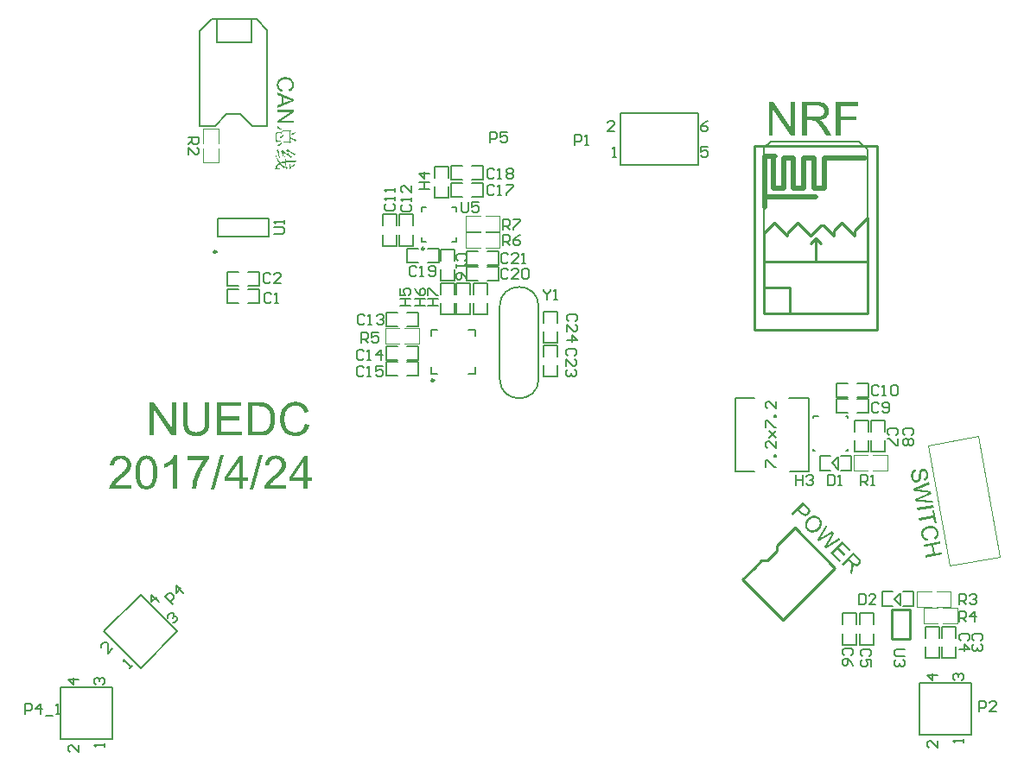
<source format=gto>
G04 Layer_Color=65535*
%FSLAX25Y25*%
%MOIN*%
G70*
G01*
G75*
%ADD28C,0.01000*%
%ADD30C,0.02000*%
%ADD54C,0.00984*%
%ADD55C,0.00800*%
%ADD56C,0.00787*%
%ADD57C,0.00394*%
%ADD58C,0.00500*%
%ADD59C,0.00600*%
G36*
X517292Y247839D02*
X517410Y247840D01*
X517560Y247836D01*
X517712Y247814D01*
X517887Y247775D01*
X518057Y247716D01*
X518066Y247718D01*
X518078Y247710D01*
X518132Y247680D01*
X518221Y247626D01*
X518332Y247556D01*
X518447Y247468D01*
X518577Y247352D01*
X518711Y247207D01*
X518830Y247040D01*
X518832Y247030D01*
X518843Y247022D01*
X518858Y246995D01*
X518885Y246950D01*
X518903Y246904D01*
X518933Y246850D01*
X519005Y246724D01*
X519073Y246557D01*
X519136Y246370D01*
X519204Y246154D01*
X519254Y245925D01*
X519256Y245916D01*
X519260Y245896D01*
X519266Y245858D01*
X519275Y245810D01*
X519277Y245741D01*
X519289Y245674D01*
X519298Y245507D01*
X519304Y245309D01*
X519302Y245091D01*
X519282Y244870D01*
X519241Y244654D01*
X519242Y244645D01*
X519234Y244633D01*
X519230Y244603D01*
X519217Y244561D01*
X519177Y244455D01*
X519132Y244318D01*
X519059Y244166D01*
X518967Y244011D01*
X518857Y243853D01*
X518723Y243711D01*
X518706Y243698D01*
X518655Y243649D01*
X518567Y243584D01*
X518460Y243516D01*
X518326Y243433D01*
X518163Y243344D01*
X517988Y243274D01*
X517789Y243219D01*
X517591Y244007D01*
X517600Y244008D01*
X517620Y244012D01*
X517647Y244026D01*
X517684Y244043D01*
X517786Y244081D01*
X517914Y244143D01*
X518048Y244226D01*
X518178Y244328D01*
X518304Y244459D01*
X518407Y244606D01*
X518413Y244627D01*
X518443Y244682D01*
X518476Y244777D01*
X518513Y244903D01*
X518544Y245066D01*
X518558Y245267D01*
X518557Y245495D01*
X518521Y245756D01*
X518519Y245766D01*
X518516Y245785D01*
X518509Y245824D01*
X518499Y245881D01*
X518479Y245937D01*
X518466Y246014D01*
X518408Y246172D01*
X518347Y246350D01*
X518267Y246524D01*
X518169Y246685D01*
X518107Y246754D01*
X518047Y246813D01*
X518036Y246820D01*
X517991Y246852D01*
X517923Y246900D01*
X517826Y246942D01*
X517718Y246992D01*
X517595Y247020D01*
X517463Y247037D01*
X517315Y247030D01*
X517296Y247027D01*
X517258Y247020D01*
X517192Y246999D01*
X517119Y246966D01*
X517037Y246922D01*
X516949Y246857D01*
X516873Y246784D01*
X516800Y246692D01*
X516792Y246680D01*
X516772Y246627D01*
X516758Y246595D01*
X516736Y246551D01*
X516727Y246490D01*
X516710Y246418D01*
X516685Y246334D01*
X516662Y246241D01*
X516650Y246140D01*
X516632Y246018D01*
X516607Y245875D01*
X516594Y245724D01*
X516585Y245554D01*
X516569Y245362D01*
X516570Y245353D01*
X516568Y245313D01*
X516567Y245263D01*
X516559Y245192D01*
X516555Y245102D01*
X516543Y245001D01*
X516533Y244781D01*
X516506Y244539D01*
X516479Y244296D01*
X516471Y244176D01*
X516449Y244073D01*
X516428Y243970D01*
X516412Y243888D01*
X516414Y243878D01*
X516408Y243858D01*
X516392Y243835D01*
X516380Y243793D01*
X516339Y243687D01*
X516294Y243550D01*
X516221Y243398D01*
X516130Y243244D01*
X516027Y243096D01*
X515911Y242967D01*
X515893Y242954D01*
X515850Y242917D01*
X515782Y242855D01*
X515675Y242787D01*
X515559Y242717D01*
X515413Y242641D01*
X515245Y242582D01*
X515064Y242540D01*
X515055Y242539D01*
X515045Y242537D01*
X515016Y242532D01*
X514978Y242525D01*
X514878Y242527D01*
X514750Y242525D01*
X514601Y242528D01*
X514427Y242557D01*
X514242Y242594D01*
X514062Y242661D01*
X514041Y242667D01*
X513975Y242705D01*
X513888Y242749D01*
X513775Y242828D01*
X513639Y242923D01*
X513498Y243047D01*
X513362Y243201D01*
X513223Y243375D01*
X513221Y243385D01*
X513208Y243402D01*
X513193Y243429D01*
X513167Y243464D01*
X513139Y243509D01*
X513110Y243563D01*
X513045Y243710D01*
X512966Y243875D01*
X512890Y244080D01*
X512822Y244296D01*
X512769Y244544D01*
X512767Y244553D01*
X512762Y244582D01*
X512753Y244630D01*
X512743Y244688D01*
X512741Y244757D01*
X512726Y244843D01*
X512718Y244941D01*
X512709Y245049D01*
X512699Y245275D01*
X512705Y245524D01*
X512720Y245774D01*
X512756Y246018D01*
X512755Y246028D01*
X512761Y246049D01*
X512775Y246081D01*
X512788Y246123D01*
X512827Y246239D01*
X512891Y246379D01*
X512970Y246551D01*
X513069Y246718D01*
X513196Y246899D01*
X513345Y247064D01*
X513355Y247065D01*
X513363Y247077D01*
X513388Y247101D01*
X513423Y247127D01*
X513466Y247164D01*
X513519Y247203D01*
X513653Y247286D01*
X513806Y247373D01*
X513998Y247466D01*
X514202Y247542D01*
X514430Y247602D01*
X514636Y246825D01*
X514626Y246824D01*
X514617Y246822D01*
X514561Y246802D01*
X514478Y246768D01*
X514366Y246728D01*
X514248Y246668D01*
X514120Y246605D01*
X514005Y246526D01*
X513892Y246437D01*
X513884Y246425D01*
X513850Y246390D01*
X513801Y246331D01*
X513748Y246243D01*
X513686Y246143D01*
X513618Y246022D01*
X513565Y245873D01*
X513514Y245716D01*
X513515Y245706D01*
X513507Y245695D01*
X513498Y245634D01*
X513485Y245542D01*
X513478Y245412D01*
X513463Y245271D01*
X513465Y245093D01*
X513478Y244907D01*
X513502Y244713D01*
X513504Y244703D01*
X513505Y244693D01*
X513516Y244636D01*
X513542Y244541D01*
X513570Y244437D01*
X513604Y244304D01*
X513656Y244175D01*
X513710Y244036D01*
X513784Y243900D01*
X513797Y243883D01*
X513823Y243848D01*
X513864Y243785D01*
X513925Y243717D01*
X514000Y243631D01*
X514082Y243556D01*
X514175Y243483D01*
X514275Y243422D01*
X514286Y243414D01*
X514328Y243402D01*
X514381Y243381D01*
X514455Y243355D01*
X514537Y243339D01*
X514638Y243327D01*
X514738Y243325D01*
X514845Y243334D01*
X514855Y243336D01*
X514893Y243343D01*
X514949Y243362D01*
X515015Y243384D01*
X515098Y243418D01*
X515178Y243472D01*
X515257Y243526D01*
X515334Y243599D01*
X515342Y243610D01*
X515367Y243634D01*
X515397Y243689D01*
X515445Y243757D01*
X515489Y243844D01*
X515529Y243950D01*
X515575Y244087D01*
X515609Y244232D01*
X515617Y244243D01*
X515619Y244283D01*
X515625Y244364D01*
X515636Y244415D01*
X515645Y244476D01*
X515650Y244556D01*
X515656Y244637D01*
X515668Y244738D01*
X515680Y244839D01*
X515688Y244959D01*
X515694Y245099D01*
X515706Y245250D01*
X515718Y245411D01*
X515716Y245420D01*
X515721Y245451D01*
X515722Y245501D01*
X515731Y245562D01*
X515738Y245632D01*
X515744Y245713D01*
X515760Y245904D01*
X515791Y246117D01*
X515823Y246331D01*
X515858Y246526D01*
X515872Y246617D01*
X515898Y246691D01*
X515897Y246701D01*
X515905Y246712D01*
X515933Y246777D01*
X515967Y246862D01*
X516018Y246970D01*
X516084Y247100D01*
X516161Y247223D01*
X516258Y247349D01*
X516366Y247467D01*
X516384Y247480D01*
X516427Y247518D01*
X516489Y247558D01*
X516578Y247614D01*
X516685Y247682D01*
X516814Y247735D01*
X516963Y247791D01*
X517115Y247828D01*
X517125Y247829D01*
X517135Y247831D01*
X517163Y247836D01*
X517202Y247843D01*
X517292Y247839D01*
D02*
G37*
G36*
X492429Y213588D02*
X492436Y213581D01*
X492457Y213560D01*
X492485Y213533D01*
X492526Y213491D01*
X492574Y213429D01*
X492629Y213374D01*
X492761Y213229D01*
X492892Y213070D01*
X493016Y212891D01*
X493133Y212718D01*
X493182Y212629D01*
X493223Y212546D01*
X493230Y212539D01*
Y212525D01*
X493258Y212470D01*
X493278Y212380D01*
X493299Y212263D01*
X493327Y212125D01*
X493333Y211966D01*
X493327Y211793D01*
X493292Y211607D01*
X493285Y211586D01*
X493264Y211524D01*
X493237Y211428D01*
X493188Y211310D01*
X493119Y211172D01*
X493037Y211021D01*
X492933Y210876D01*
X492802Y210731D01*
X492795Y210724D01*
X492781Y210710D01*
X492754Y210682D01*
X492712Y210655D01*
X492671Y210613D01*
X492616Y210572D01*
X492478Y210489D01*
X492312Y210392D01*
X492126Y210317D01*
X491905Y210261D01*
X491787Y210241D01*
X491670Y210234D01*
X491643D01*
X491608Y210241D01*
X491560Y210234D01*
X491505Y210248D01*
X491429Y210255D01*
X491353Y210275D01*
X491263Y210296D01*
X491166Y210324D01*
X491056Y210365D01*
X490946Y210406D01*
X490821Y210461D01*
X490697Y210517D01*
X490566Y210593D01*
X490435Y210682D01*
X490297Y210779D01*
X490304Y210758D01*
X490317Y210717D01*
X490338Y210655D01*
X490359Y210579D01*
X490400Y210386D01*
X490421Y210282D01*
X490428Y210192D01*
Y210165D01*
X490435Y210103D01*
X490428Y209999D01*
X490421Y209868D01*
X490407Y209702D01*
X490386Y209516D01*
X490359Y209309D01*
X490317Y209088D01*
X489876Y207073D01*
X489124Y207825D01*
X489462Y209364D01*
X489469Y209371D01*
Y209399D01*
X489476Y209433D01*
X489489Y209475D01*
X489510Y209592D01*
X489538Y209744D01*
X489572Y209916D01*
X489600Y210096D01*
X489627Y210261D01*
X489648Y210420D01*
Y210434D01*
X489655Y210482D01*
X489662Y210558D01*
X489676Y210641D01*
X489669Y210841D01*
Y210938D01*
X489648Y211028D01*
Y211041D01*
X489641Y211062D01*
X489627Y211103D01*
X489614Y211159D01*
X489572Y211283D01*
X489503Y211421D01*
X489496Y211428D01*
X489489Y211449D01*
X489462Y211476D01*
X489434Y211518D01*
X489393Y211573D01*
X489337Y211628D01*
X489275Y211704D01*
X489193Y211787D01*
X488503Y212477D01*
X486487Y210461D01*
X485887Y211062D01*
X490421Y215596D01*
X492429Y213588D01*
D02*
G37*
G36*
X519852Y241918D02*
X515868Y240234D01*
X515858Y240232D01*
X515840Y240219D01*
X515804Y240203D01*
X515767Y240187D01*
X515701Y240165D01*
X515637Y240134D01*
X515481Y240067D01*
X515295Y239994D01*
X515083Y239907D01*
X514859Y239828D01*
X514627Y239738D01*
X514637Y239739D01*
X514677Y239737D01*
X514726Y239736D01*
X514797Y239728D01*
X514878Y239722D01*
X514967Y239719D01*
X515179Y239696D01*
X515390Y239684D01*
X515590Y239670D01*
X515671Y239664D01*
X515751Y239658D01*
X515810Y239659D01*
X515850Y239656D01*
X520330Y239207D01*
X520508Y238198D01*
X517466Y236730D01*
X517457Y236728D01*
X517412Y236701D01*
X517356Y236681D01*
X517275Y236637D01*
X517172Y236599D01*
X517054Y236539D01*
X516915Y236484D01*
X516768Y236419D01*
X516612Y236351D01*
X516445Y236282D01*
X516076Y236128D01*
X515696Y235982D01*
X515313Y235845D01*
X515323Y235847D01*
X515344Y235841D01*
X515373Y235846D01*
X515422Y235844D01*
X515484Y235835D01*
X515553Y235838D01*
X515633Y235832D01*
X515723Y235828D01*
X515933Y235816D01*
X516182Y235810D01*
X516453Y235788D01*
X516744Y235770D01*
X520982Y235507D01*
X521132Y234661D01*
X514513Y235268D01*
X514369Y236085D01*
X518941Y238259D01*
X518951Y238260D01*
X518968Y238273D01*
X518996Y238288D01*
X519032Y238304D01*
X519133Y238352D01*
X519243Y238401D01*
X519371Y238463D01*
X519481Y238512D01*
X519582Y238560D01*
X519619Y238576D01*
X519646Y238591D01*
X519627Y238588D01*
X519575Y238598D01*
X519485Y238602D01*
X519384Y238614D01*
X519254Y238621D01*
X519134Y238630D01*
X519002Y238646D01*
X518872Y238653D01*
X513832Y239132D01*
X513678Y240006D01*
X519701Y242773D01*
X519852Y241918D01*
D02*
G37*
G36*
X522499Y226904D02*
X521759Y226774D01*
X521393Y228850D01*
X515818Y227867D01*
X515671Y228703D01*
X521246Y229686D01*
X520880Y231762D01*
X521620Y231893D01*
X522499Y226904D01*
D02*
G37*
G36*
X521443Y232892D02*
X515129Y231779D01*
X514981Y232615D01*
X521296Y233729D01*
X521443Y232892D01*
D02*
G37*
G36*
X475355Y229737D02*
X475466Y229723D01*
X475583Y229703D01*
X475728Y229682D01*
X475887Y229647D01*
X476052Y229592D01*
X476232Y229537D01*
X476411Y229454D01*
X476605Y229371D01*
X476784Y229261D01*
X476977Y229137D01*
X477170Y228985D01*
X477350Y228819D01*
X477357Y228812D01*
X477378Y228792D01*
X477412Y228757D01*
X477447Y228709D01*
X477502Y228654D01*
X477564Y228578D01*
X477619Y228495D01*
X477695Y228405D01*
X477826Y228191D01*
X477964Y227943D01*
X478088Y227680D01*
X478137Y227536D01*
X478178Y227384D01*
X478185Y227377D01*
Y227349D01*
X478199Y227308D01*
X478206Y227246D01*
X478219Y227177D01*
X478226Y227087D01*
X478247Y226887D01*
X478254Y226645D01*
X478240Y226369D01*
X478192Y226086D01*
X478109Y225783D01*
X478102Y225776D01*
X478095Y225741D01*
X478081Y225700D01*
X478054Y225644D01*
X478026Y225575D01*
X477985Y225493D01*
X477943Y225396D01*
X477895Y225293D01*
X477826Y225182D01*
X477764Y225065D01*
X477598Y224816D01*
X477398Y224561D01*
X477164Y224299D01*
X477157Y224292D01*
X477136Y224271D01*
X477095Y224230D01*
X477039Y224188D01*
X476977Y224126D01*
X476901Y224064D01*
X476819Y223995D01*
X476715Y223919D01*
X476487Y223761D01*
X476232Y223602D01*
X475949Y223457D01*
X475645Y223346D01*
X475638Y223340D01*
X475611D01*
X475569Y223326D01*
X475507Y223305D01*
X475431Y223298D01*
X475342Y223277D01*
X475141Y223243D01*
X474900Y223222D01*
X474624D01*
X474334Y223250D01*
X474037Y223312D01*
X474030Y223319D01*
X474003D01*
X473961Y223333D01*
X473906Y223360D01*
X473837Y223388D01*
X473754Y223415D01*
X473671Y223457D01*
X473568Y223505D01*
X473361Y223616D01*
X473126Y223754D01*
X472892Y223933D01*
X472664Y224133D01*
X472657Y224140D01*
X472636Y224161D01*
X472602Y224195D01*
X472560Y224251D01*
X472505Y224306D01*
X472450Y224375D01*
X472388Y224464D01*
X472319Y224561D01*
X472181Y224768D01*
X472043Y225016D01*
X471918Y225293D01*
X471863Y225431D01*
X471822Y225582D01*
Y225596D01*
X471815Y225617D01*
X471808Y225665D01*
X471794Y225721D01*
X471787Y225796D01*
X471774Y225879D01*
X471760Y226086D01*
Y226335D01*
X471767Y226604D01*
X471822Y226894D01*
X471898Y227190D01*
X471905Y227197D01*
X471912Y227232D01*
X471932Y227266D01*
X471953Y227328D01*
X471981Y227397D01*
X472015Y227473D01*
X472063Y227563D01*
X472119Y227660D01*
X472174Y227770D01*
X472236Y227874D01*
X472388Y228108D01*
X472567Y228343D01*
X472774Y228578D01*
X472788Y228591D01*
X472823Y228626D01*
X472892Y228681D01*
X472967Y228757D01*
X473078Y228840D01*
X473202Y228937D01*
X473333Y229040D01*
X473499Y229150D01*
X473671Y229254D01*
X473851Y229364D01*
X474044Y229461D01*
X474251Y229544D01*
X474465Y229620D01*
X474686Y229689D01*
X474914Y229723D01*
X475141Y229744D01*
X475266D01*
X475355Y229737D01*
D02*
G37*
G36*
X229438Y240059D02*
X227857D01*
Y250097D01*
X227837Y250078D01*
X227759Y250000D01*
X227622Y249902D01*
X227447Y249765D01*
X227232Y249590D01*
X226978Y249414D01*
X226685Y249199D01*
X226353Y249004D01*
X226333D01*
X226314Y248984D01*
X226197Y248906D01*
X226021Y248809D01*
X225806Y248691D01*
X225552Y248555D01*
X225279Y248437D01*
X224986Y248301D01*
X224712Y248183D01*
Y249726D01*
X224732D01*
X224771Y249746D01*
X224849Y249785D01*
X224927Y249844D01*
X225044Y249902D01*
X225181Y249961D01*
X225494Y250136D01*
X225845Y250351D01*
X226236Y250605D01*
X226626Y250898D01*
X226997Y251211D01*
X227017Y251230D01*
X227036Y251250D01*
X227153Y251367D01*
X227329Y251543D01*
X227544Y251758D01*
X227779Y252031D01*
X228013Y252324D01*
X228228Y252636D01*
X228403Y252949D01*
X229438D01*
Y240059D01*
D02*
G37*
G36*
X480414Y225603D02*
X478116Y221938D01*
X478109Y221932D01*
X478102Y221911D01*
X478081Y221876D01*
X478061Y221842D01*
X478019Y221787D01*
X477985Y221725D01*
X477895Y221580D01*
X477785Y221414D01*
X477660Y221221D01*
X477522Y221027D01*
X477384Y220820D01*
X477391Y220827D01*
X477426Y220848D01*
X477467Y220876D01*
X477529Y220910D01*
X477598Y220952D01*
X477674Y221000D01*
X477861Y221104D01*
X478040Y221214D01*
X478212Y221317D01*
X478281Y221359D01*
X478351Y221400D01*
X478399Y221435D01*
X478433Y221455D01*
X482360Y223657D01*
X483085Y222932D01*
X481435Y219985D01*
X481429Y219978D01*
X481408Y219930D01*
X481373Y219882D01*
X481332Y219799D01*
X481270Y219709D01*
X481208Y219592D01*
X481125Y219468D01*
X481042Y219330D01*
X480952Y219185D01*
X480856Y219033D01*
X480642Y218695D01*
X480414Y218357D01*
X480179Y218025D01*
X480186Y218032D01*
X480207Y218039D01*
X480228Y218060D01*
X480269Y218088D01*
X480324Y218115D01*
X480380Y218157D01*
X480449Y218198D01*
X480524Y218246D01*
X480704Y218357D01*
X480911Y218495D01*
X481146Y218633D01*
X481394Y218785D01*
X485017Y221000D01*
X485625Y220393D01*
X479855Y217094D01*
X479268Y217680D01*
X481767Y222083D01*
X481774Y222090D01*
X481780Y222111D01*
X481794Y222139D01*
X481815Y222173D01*
X481870Y222270D01*
X481932Y222373D01*
X482001Y222498D01*
X482063Y222601D01*
X482119Y222698D01*
X482139Y222732D01*
X482153Y222760D01*
X482139Y222746D01*
X482091Y222725D01*
X482015Y222677D01*
X481925Y222629D01*
X481815Y222560D01*
X481711Y222498D01*
X481594Y222435D01*
X481484Y222366D01*
X477081Y219868D01*
X476453Y220496D01*
X479800Y226217D01*
X480414Y225603D01*
D02*
G37*
G36*
X241860Y251504D02*
X241840Y251484D01*
X241801Y251445D01*
X241742Y251367D01*
X241645Y251269D01*
X241547Y251133D01*
X241410Y250976D01*
X241254Y250781D01*
X241098Y250586D01*
X240922Y250351D01*
X240727Y250078D01*
X240512Y249804D01*
X240317Y249492D01*
X240102Y249160D01*
X239868Y248809D01*
X239653Y248418D01*
X239418Y248027D01*
X239399Y248008D01*
X239360Y247930D01*
X239301Y247813D01*
X239223Y247656D01*
X239125Y247461D01*
X239008Y247227D01*
X238872Y246953D01*
X238735Y246660D01*
X238598Y246348D01*
X238442Y245996D01*
X238286Y245625D01*
X238129Y245234D01*
X237836Y244434D01*
X237563Y243575D01*
Y243555D01*
X237544Y243496D01*
X237524Y243418D01*
X237485Y243301D01*
X237446Y243145D01*
X237407Y242969D01*
X237368Y242754D01*
X237309Y242539D01*
X237270Y242285D01*
X237211Y242012D01*
X237114Y241426D01*
X237036Y240762D01*
X236977Y240059D01*
X235356D01*
Y240079D01*
Y240137D01*
Y240215D01*
X235376Y240333D01*
Y240469D01*
X235395Y240645D01*
X235415Y240860D01*
X235434Y241075D01*
X235473Y241329D01*
X235512Y241621D01*
X235551Y241914D01*
X235610Y242227D01*
X235669Y242578D01*
X235747Y242930D01*
X235942Y243711D01*
Y243731D01*
X235962Y243809D01*
X236001Y243926D01*
X236040Y244082D01*
X236098Y244278D01*
X236176Y244492D01*
X236255Y244746D01*
X236352Y245039D01*
X236469Y245332D01*
X236586Y245664D01*
X236860Y246367D01*
X237192Y247109D01*
X237563Y247851D01*
X237582Y247871D01*
X237622Y247949D01*
X237680Y248047D01*
X237758Y248183D01*
X237856Y248359D01*
X237973Y248555D01*
X238110Y248769D01*
X238247Y249023D01*
X238598Y249551D01*
X238989Y250117D01*
X239399Y250683D01*
X239848Y251230D01*
X233559D01*
Y252734D01*
X241860D01*
Y251504D01*
D02*
G37*
G36*
X489482Y216535D02*
X488951Y216003D01*
X486273Y218681D01*
X484879Y217287D01*
X487385Y214782D01*
X486853Y214250D01*
X484348Y216756D01*
X482802Y215210D01*
X485583Y212428D01*
X485052Y211897D01*
X481670Y215279D01*
X486204Y219813D01*
X489482Y216535D01*
D02*
G37*
G36*
X262079Y273442D02*
X262431Y273422D01*
X262821Y273383D01*
X263193Y273324D01*
X263505Y273266D01*
X263525D01*
X263563Y273246D01*
X263603D01*
X263681Y273207D01*
X263896Y273149D01*
X264149Y273051D01*
X264442Y272934D01*
X264755Y272778D01*
X265067Y272582D01*
X265380Y272348D01*
X265399D01*
X265419Y272309D01*
X265556Y272192D01*
X265731Y271996D01*
X265946Y271743D01*
X266200Y271430D01*
X266454Y271059D01*
X266688Y270629D01*
X266903Y270141D01*
Y270122D01*
X266923Y270082D01*
X266942Y270004D01*
X266981Y269907D01*
X267020Y269790D01*
X267059Y269633D01*
X267118Y269458D01*
X267157Y269262D01*
X267196Y269047D01*
X267255Y268813D01*
X267333Y268305D01*
X267391Y267739D01*
X267411Y267114D01*
Y267094D01*
Y267055D01*
Y266977D01*
Y266860D01*
X267391Y266743D01*
Y266587D01*
X267372Y266235D01*
X267333Y265844D01*
X267255Y265395D01*
X267177Y264946D01*
X267059Y264516D01*
Y264497D01*
X267040Y264458D01*
X267020Y264399D01*
X267001Y264321D01*
X266923Y264126D01*
X266825Y263852D01*
X266708Y263559D01*
X266552Y263247D01*
X266376Y262934D01*
X266180Y262642D01*
X266161Y262602D01*
X266083Y262524D01*
X265985Y262388D01*
X265829Y262212D01*
X265673Y262036D01*
X265458Y261841D01*
X265243Y261646D01*
X265009Y261470D01*
X264989Y261450D01*
X264892Y261411D01*
X264755Y261333D01*
X264579Y261235D01*
X264364Y261138D01*
X264110Y261040D01*
X263817Y260942D01*
X263485Y260845D01*
X263446D01*
X263329Y260806D01*
X263153Y260786D01*
X262899Y260747D01*
X262607Y260708D01*
X262255Y260669D01*
X261864Y260649D01*
X261435Y260630D01*
X256826D01*
Y273461D01*
X261747D01*
X262079Y273442D01*
D02*
G37*
G36*
X242041Y266040D02*
Y266020D01*
Y265962D01*
Y265864D01*
Y265727D01*
X242022Y265551D01*
Y265376D01*
X242002Y265161D01*
X241983Y264927D01*
X241924Y264438D01*
X241846Y263931D01*
X241748Y263423D01*
X241592Y262973D01*
Y262954D01*
X241573Y262915D01*
X241553Y262856D01*
X241514Y262778D01*
X241397Y262583D01*
X241241Y262310D01*
X241026Y262017D01*
X240753Y261704D01*
X240401Y261411D01*
X240010Y261118D01*
X239991D01*
X239952Y261079D01*
X239893Y261060D01*
X239795Y261001D01*
X239698Y260962D01*
X239561Y260903D01*
X239385Y260825D01*
X239210Y260767D01*
X239014Y260708D01*
X238780Y260630D01*
X238546Y260571D01*
X238272Y260532D01*
X237686Y260454D01*
X237022Y260415D01*
X236846D01*
X236729Y260435D01*
X236573D01*
X236397Y260454D01*
X236202Y260474D01*
X235987Y260493D01*
X235518Y260571D01*
X235030Y260669D01*
X234522Y260825D01*
X234073Y261020D01*
X234054D01*
X234015Y261060D01*
X233976Y261079D01*
X233897Y261138D01*
X233683Y261274D01*
X233448Y261489D01*
X233175Y261743D01*
X232921Y262036D01*
X232667Y262407D01*
X232452Y262817D01*
Y262837D01*
X232433Y262876D01*
X232413Y262934D01*
X232374Y263032D01*
X232335Y263149D01*
X232296Y263305D01*
X232257Y263481D01*
X232218Y263677D01*
X232159Y263891D01*
X232120Y264126D01*
X232081Y264399D01*
X232042Y264673D01*
X232003Y264985D01*
X231983Y265317D01*
X231964Y265669D01*
Y266040D01*
Y273461D01*
X233663D01*
Y266040D01*
Y266020D01*
Y265962D01*
Y265883D01*
Y265766D01*
Y265630D01*
X233683Y265473D01*
X233702Y265102D01*
X233741Y264712D01*
X233780Y264302D01*
X233858Y263911D01*
X233897Y263735D01*
X233956Y263579D01*
X233976Y263540D01*
X234015Y263442D01*
X234093Y263305D01*
X234210Y263130D01*
X234347Y262934D01*
X234542Y262720D01*
X234757Y262524D01*
X235030Y262349D01*
X235069Y262329D01*
X235167Y262290D01*
X235323Y262212D01*
X235538Y262153D01*
X235811Y262075D01*
X236124Y261997D01*
X236475Y261958D01*
X236866Y261938D01*
X237042D01*
X237178Y261958D01*
X237335D01*
X237510Y261978D01*
X237901Y262036D01*
X238350Y262153D01*
X238780Y262290D01*
X239190Y262505D01*
X239385Y262622D01*
X239542Y262778D01*
Y262798D01*
X239581Y262817D01*
X239620Y262876D01*
X239659Y262954D01*
X239737Y263052D01*
X239795Y263169D01*
X239874Y263325D01*
X239952Y263501D01*
X240010Y263716D01*
X240089Y263950D01*
X240167Y264204D01*
X240225Y264516D01*
X240264Y264848D01*
X240303Y265200D01*
X240342Y265610D01*
Y266040D01*
Y273461D01*
X242041D01*
Y266040D01*
D02*
G37*
G36*
X254189Y271957D02*
X246611D01*
Y268012D01*
X253701D01*
Y266508D01*
X246611D01*
Y262134D01*
X254482D01*
Y260630D01*
X244912D01*
Y273461D01*
X254189D01*
Y271957D01*
D02*
G37*
G36*
X279924Y244570D02*
X281662D01*
Y243125D01*
X279924D01*
Y240059D01*
X278342D01*
Y243125D01*
X272776D01*
Y244570D01*
X278635Y252871D01*
X279924D01*
Y244570D01*
D02*
G37*
G36*
X267893Y252929D02*
X268049Y252910D01*
X268225Y252890D01*
X268420Y252871D01*
X268635Y252812D01*
X269104Y252695D01*
X269592Y252519D01*
X269846Y252402D01*
X270080Y252265D01*
X270295Y252090D01*
X270510Y251914D01*
X270530Y251894D01*
X270549Y251875D01*
X270608Y251816D01*
X270686Y251738D01*
X270764Y251621D01*
X270862Y251504D01*
X271057Y251211D01*
X271252Y250840D01*
X271428Y250410D01*
X271565Y249922D01*
X271584Y249648D01*
X271604Y249375D01*
Y249336D01*
Y249238D01*
X271584Y249082D01*
X271565Y248887D01*
X271526Y248652D01*
X271467Y248398D01*
X271389Y248125D01*
X271272Y247851D01*
X271252Y247813D01*
X271213Y247715D01*
X271135Y247578D01*
X271018Y247383D01*
X270881Y247148D01*
X270705Y246875D01*
X270471Y246602D01*
X270217Y246289D01*
X270178Y246250D01*
X270080Y246133D01*
X269905Y245957D01*
X269788Y245840D01*
X269651Y245703D01*
X269495Y245547D01*
X269299Y245371D01*
X269104Y245195D01*
X268889Y244981D01*
X268655Y244766D01*
X268381Y244531D01*
X268108Y244297D01*
X267795Y244024D01*
X267776Y244004D01*
X267737Y243965D01*
X267659Y243906D01*
X267561Y243828D01*
X267327Y243633D01*
X267034Y243379D01*
X266741Y243106D01*
X266428Y242832D01*
X266175Y242598D01*
X266077Y242500D01*
X265979Y242403D01*
X265960Y242383D01*
X265921Y242324D01*
X265843Y242246D01*
X265745Y242129D01*
X265530Y241875D01*
X265315Y241563D01*
X271623D01*
Y240059D01*
X263128D01*
Y240079D01*
Y240157D01*
Y240274D01*
X263147Y240411D01*
X263167Y240567D01*
X263186Y240743D01*
X263245Y240938D01*
X263304Y241133D01*
Y241153D01*
X263323Y241172D01*
X263362Y241289D01*
X263440Y241446D01*
X263558Y241680D01*
X263694Y241934D01*
X263890Y242227D01*
X264085Y242520D01*
X264339Y242832D01*
Y242852D01*
X264378Y242871D01*
X264475Y242989D01*
X264632Y243164D01*
X264866Y243399D01*
X265159Y243672D01*
X265510Y244004D01*
X265940Y244375D01*
X266409Y244785D01*
X266428Y244805D01*
X266507Y244863D01*
X266604Y244942D01*
X266741Y245078D01*
X266917Y245215D01*
X267112Y245391D01*
X267542Y245762D01*
X268010Y246211D01*
X268479Y246660D01*
X268713Y246875D01*
X268909Y247090D01*
X269084Y247305D01*
X269241Y247500D01*
Y247519D01*
X269280Y247539D01*
X269319Y247598D01*
X269358Y247676D01*
X269475Y247871D01*
X269612Y248125D01*
X269748Y248418D01*
X269866Y248730D01*
X269944Y249082D01*
X269983Y249414D01*
Y249433D01*
Y249453D01*
X269963Y249570D01*
X269944Y249746D01*
X269905Y249961D01*
X269807Y250215D01*
X269690Y250469D01*
X269534Y250742D01*
X269299Y250996D01*
X269260Y251015D01*
X269182Y251094D01*
X269026Y251191D01*
X268830Y251328D01*
X268577Y251445D01*
X268284Y251543D01*
X267932Y251621D01*
X267542Y251640D01*
X267424D01*
X267346Y251621D01*
X267151Y251601D01*
X266897Y251562D01*
X266604Y251465D01*
X266292Y251347D01*
X265999Y251172D01*
X265725Y250937D01*
X265706Y250898D01*
X265628Y250820D01*
X265510Y250664D01*
X265393Y250449D01*
X265257Y250176D01*
X265159Y249863D01*
X265081Y249492D01*
X265042Y249062D01*
X263421Y249238D01*
Y249258D01*
Y249316D01*
X263440Y249414D01*
X263460Y249531D01*
X263499Y249687D01*
X263518Y249863D01*
X263636Y250254D01*
X263792Y250703D01*
X264007Y251152D01*
X264300Y251601D01*
X264456Y251797D01*
X264651Y251992D01*
X264671Y252011D01*
X264710Y252031D01*
X264768Y252090D01*
X264846Y252148D01*
X264964Y252207D01*
X265100Y252304D01*
X265257Y252382D01*
X265432Y252480D01*
X265628Y252558D01*
X265843Y252656D01*
X266096Y252734D01*
X266350Y252793D01*
X266936Y252910D01*
X267249Y252929D01*
X267581Y252949D01*
X267756D01*
X267893Y252929D01*
D02*
G37*
G36*
X523926Y218811D02*
X521331Y218354D01*
X521907Y215086D01*
X524503Y215543D01*
X524650Y214707D01*
X518335Y213593D01*
X518188Y214430D01*
X521167Y214955D01*
X520591Y218223D01*
X517611Y217698D01*
X517464Y218534D01*
X523779Y219647D01*
X523926Y218811D01*
D02*
G37*
G36*
X520368Y225785D02*
X520666Y225778D01*
X520981Y225735D01*
X521282Y225659D01*
X521291Y225660D01*
X521314Y225645D01*
X521356Y225632D01*
X521419Y225614D01*
X521483Y225585D01*
X521559Y225549D01*
X521744Y225453D01*
X521952Y225341D01*
X522167Y225191D01*
X522389Y225002D01*
X522585Y224788D01*
X522587Y224779D01*
X522609Y224763D01*
X522635Y224728D01*
X522665Y224674D01*
X522704Y224621D01*
X522756Y224551D01*
X522801Y224460D01*
X522857Y224371D01*
X522914Y224272D01*
X522963Y224162D01*
X523076Y223914D01*
X523165Y223632D01*
X523239Y223328D01*
X523241Y223319D01*
X523246Y223290D01*
X523256Y223232D01*
X523258Y223163D01*
X523262Y223084D01*
X523269Y222987D01*
X523278Y222879D01*
X523279Y222760D01*
X523266Y222500D01*
X523227Y222216D01*
X523193Y222071D01*
X523149Y221925D01*
X523095Y221786D01*
X523030Y221646D01*
X523022Y221635D01*
X523016Y221614D01*
X522992Y221580D01*
X522962Y221525D01*
X522923Y221469D01*
X522867Y221389D01*
X522812Y221310D01*
X522747Y221229D01*
X522664Y221136D01*
X522580Y221051D01*
X522478Y220954D01*
X522367Y220855D01*
X522254Y220766D01*
X522121Y220673D01*
X521834Y220504D01*
X521496Y221296D01*
X521506Y221298D01*
X521523Y221311D01*
X521560Y221327D01*
X521605Y221355D01*
X521657Y221394D01*
X521719Y221435D01*
X521852Y221528D01*
X522000Y221643D01*
X522153Y221789D01*
X522284Y221941D01*
X522392Y222118D01*
X522398Y222139D01*
X522426Y222204D01*
X522459Y222299D01*
X522504Y222435D01*
X522537Y222590D01*
X522552Y222781D01*
X522555Y222990D01*
X522524Y223222D01*
X522522Y223232D01*
X522519Y223251D01*
X522512Y223289D01*
X522494Y223336D01*
X522482Y223403D01*
X522461Y223468D01*
X522402Y223636D01*
X522329Y223822D01*
X522226Y224012D01*
X522104Y224198D01*
X521955Y224370D01*
X521953Y224380D01*
X521932Y224386D01*
X521874Y224435D01*
X521782Y224508D01*
X521658Y224595D01*
X521504Y224677D01*
X521330Y224765D01*
X521119Y224837D01*
X520893Y224887D01*
X520883Y224885D01*
X520862Y224891D01*
X520832Y224896D01*
X520782Y224897D01*
X520730Y224907D01*
X520661Y224905D01*
X520501Y224917D01*
X520311Y224923D01*
X520105Y224916D01*
X519880Y224896D01*
X519648Y224865D01*
X519638Y224864D01*
X519609Y224858D01*
X519571Y224852D01*
X519513Y224842D01*
X519448Y224820D01*
X519361Y224805D01*
X519276Y224780D01*
X519182Y224753D01*
X518966Y224686D01*
X518732Y224605D01*
X518502Y224505D01*
X518285Y224387D01*
X518275Y224385D01*
X518258Y224373D01*
X518232Y224348D01*
X518197Y224322D01*
X518091Y224254D01*
X517979Y224155D01*
X517844Y224022D01*
X517722Y223872D01*
X517603Y223702D01*
X517509Y223507D01*
X517510Y223497D01*
X517502Y223486D01*
X517488Y223454D01*
X517476Y223412D01*
X517456Y223300D01*
X517422Y223155D01*
X517401Y222992D01*
X517385Y222801D01*
X517382Y222593D01*
X517410Y222380D01*
X517412Y222370D01*
X517415Y222351D01*
X517422Y222312D01*
X517440Y222266D01*
X517450Y222208D01*
X517474Y222133D01*
X517531Y221975D01*
X517611Y221801D01*
X517724Y221612D01*
X517854Y221437D01*
X518022Y221269D01*
X518034Y221261D01*
X518045Y221253D01*
X518113Y221205D01*
X518224Y221136D01*
X518368Y221052D01*
X518559Y220977D01*
X518782Y220897D01*
X519049Y220845D01*
X519341Y220817D01*
X519277Y219944D01*
X519267Y219942D01*
X519227Y219945D01*
X519176Y219956D01*
X519095Y219961D01*
X519012Y219986D01*
X518899Y220006D01*
X518787Y220026D01*
X518661Y220063D01*
X518379Y220142D01*
X518089Y220269D01*
X517806Y220418D01*
X517670Y220513D01*
X517542Y220619D01*
X517531Y220627D01*
X517518Y220644D01*
X517482Y220678D01*
X517434Y220729D01*
X517383Y220789D01*
X517322Y220858D01*
X517259Y220936D01*
X517192Y221033D01*
X517123Y221140D01*
X517053Y221256D01*
X516980Y221392D01*
X516916Y221529D01*
X516793Y221835D01*
X516753Y222006D01*
X516711Y222187D01*
X516709Y222197D01*
X516702Y222235D01*
X516694Y222283D01*
X516690Y222362D01*
X516675Y222448D01*
X516667Y222546D01*
X516666Y222665D01*
X516655Y222782D01*
X516666Y223061D01*
X516684Y223352D01*
X516742Y223639D01*
X516776Y223784D01*
X516831Y223923D01*
X516839Y223934D01*
X516845Y223955D01*
X516869Y223989D01*
X516889Y224042D01*
X516965Y224174D01*
X517076Y224332D01*
X517210Y224525D01*
X517395Y224716D01*
X517606Y224921D01*
X517861Y225105D01*
X517871Y225107D01*
X517898Y225122D01*
X517933Y225148D01*
X517987Y225177D01*
X518059Y225219D01*
X518141Y225264D01*
X518232Y225309D01*
X518342Y225359D01*
X518452Y225408D01*
X518581Y225460D01*
X518860Y225569D01*
X519161Y225661D01*
X519495Y225730D01*
X519505Y225732D01*
X519543Y225739D01*
X519591Y225747D01*
X519660Y225749D01*
X519747Y225765D01*
X519854Y225774D01*
X519962Y225783D01*
X520090Y225786D01*
X520368Y225785D01*
D02*
G37*
G36*
X275633Y273656D02*
X275789Y273637D01*
X275985Y273617D01*
X276199Y273598D01*
X276434Y273559D01*
X276942Y273442D01*
X277488Y273266D01*
X277762Y273149D01*
X278035Y273012D01*
X278289Y272856D01*
X278543Y272680D01*
X278563Y272660D01*
X278602Y272641D01*
X278660Y272582D01*
X278758Y272504D01*
X278855Y272407D01*
X278992Y272270D01*
X279129Y272133D01*
X279266Y271977D01*
X279422Y271782D01*
X279559Y271586D01*
X279715Y271352D01*
X279871Y271098D01*
X280008Y270844D01*
X280145Y270551D01*
X280379Y269926D01*
X278699Y269536D01*
Y269555D01*
X278680Y269594D01*
X278660Y269672D01*
X278621Y269770D01*
X278563Y269887D01*
X278504Y270024D01*
X278367Y270317D01*
X278191Y270649D01*
X277957Y271000D01*
X277703Y271313D01*
X277391Y271586D01*
X277352Y271606D01*
X277235Y271684D01*
X277059Y271782D01*
X276805Y271918D01*
X276512Y272035D01*
X276141Y272133D01*
X275731Y272211D01*
X275262Y272231D01*
X275125D01*
X275028Y272211D01*
X274891D01*
X274754Y272192D01*
X274403Y272133D01*
X274012Y272055D01*
X273602Y271918D01*
X273192Y271743D01*
X272801Y271508D01*
X272782D01*
X272762Y271469D01*
X272645Y271371D01*
X272469Y271215D01*
X272254Y271000D01*
X272040Y270727D01*
X271805Y270414D01*
X271590Y270024D01*
X271415Y269594D01*
Y269575D01*
X271395Y269536D01*
X271375Y269477D01*
X271356Y269379D01*
X271317Y269282D01*
X271297Y269145D01*
X271219Y268832D01*
X271141Y268461D01*
X271083Y268051D01*
X271043Y267602D01*
X271024Y267133D01*
Y267114D01*
Y267055D01*
Y266977D01*
Y266860D01*
X271043Y266723D01*
Y266547D01*
X271063Y266372D01*
X271083Y266176D01*
X271141Y265727D01*
X271219Y265239D01*
X271337Y264751D01*
X271493Y264282D01*
Y264263D01*
X271512Y264223D01*
X271551Y264165D01*
X271590Y264087D01*
X271688Y263852D01*
X271844Y263598D01*
X272059Y263286D01*
X272313Y262993D01*
X272606Y262700D01*
X272957Y262446D01*
X272977D01*
X272996Y262427D01*
X273055Y262388D01*
X273133Y262349D01*
X273348Y262270D01*
X273622Y262153D01*
X273934Y262056D01*
X274305Y261958D01*
X274715Y261880D01*
X275145Y261860D01*
X275282D01*
X275379Y261880D01*
X275496D01*
X275653Y261899D01*
X275985Y261958D01*
X276356Y262056D01*
X276766Y262212D01*
X277156Y262407D01*
X277547Y262681D01*
X277567Y262700D01*
X277586Y262720D01*
X277703Y262837D01*
X277879Y263032D01*
X278094Y263286D01*
X278309Y263637D01*
X278543Y264048D01*
X278738Y264556D01*
X278895Y265122D01*
X280594Y264692D01*
Y264673D01*
X280574Y264595D01*
X280535Y264497D01*
X280496Y264341D01*
X280418Y264184D01*
X280340Y263969D01*
X280262Y263755D01*
X280145Y263520D01*
X279891Y262993D01*
X279539Y262466D01*
X279149Y261958D01*
X278914Y261724D01*
X278660Y261509D01*
X278641Y261489D01*
X278602Y261470D01*
X278523Y261411D01*
X278406Y261333D01*
X278270Y261255D01*
X278113Y261157D01*
X277938Y261060D01*
X277723Y260962D01*
X277488Y260864D01*
X277235Y260767D01*
X276942Y260669D01*
X276649Y260591D01*
X276004Y260454D01*
X275653Y260435D01*
X275282Y260415D01*
X275086D01*
X274930Y260435D01*
X274754D01*
X274559Y260454D01*
X274324Y260493D01*
X274090Y260513D01*
X273543Y260630D01*
X272977Y260767D01*
X272430Y260981D01*
X272157Y261099D01*
X271903Y261255D01*
X271883Y261274D01*
X271844Y261294D01*
X271786Y261352D01*
X271688Y261411D01*
X271454Y261606D01*
X271180Y261880D01*
X270848Y262212D01*
X270536Y262642D01*
X270204Y263130D01*
X269930Y263696D01*
Y263716D01*
X269911Y263774D01*
X269872Y263852D01*
X269833Y263969D01*
X269774Y264126D01*
X269715Y264302D01*
X269657Y264497D01*
X269598Y264731D01*
X269540Y264966D01*
X269481Y265239D01*
X269364Y265825D01*
X269286Y266450D01*
X269266Y267133D01*
Y267153D01*
Y267231D01*
Y267329D01*
X269286Y267465D01*
Y267641D01*
X269305Y267856D01*
X269325Y268071D01*
X269364Y268325D01*
X269462Y268872D01*
X269579Y269458D01*
X269774Y270063D01*
X270028Y270629D01*
Y270649D01*
X270067Y270688D01*
X270106Y270766D01*
X270165Y270883D01*
X270243Y271000D01*
X270340Y271137D01*
X270594Y271469D01*
X270887Y271840D01*
X271258Y272211D01*
X271708Y272582D01*
X272196Y272895D01*
X272215D01*
X272254Y272934D01*
X272333Y272973D01*
X272450Y273012D01*
X272567Y273071D01*
X272723Y273149D01*
X272918Y273207D01*
X273114Y273285D01*
X273328Y273363D01*
X273563Y273422D01*
X274090Y273559D01*
X274676Y273637D01*
X275301Y273676D01*
X275496D01*
X275633Y273656D01*
D02*
G37*
G36*
X255023Y244570D02*
X256761D01*
Y243125D01*
X255023D01*
Y240059D01*
X253441D01*
Y243125D01*
X247875D01*
Y244570D01*
X253734Y252871D01*
X255023D01*
Y244570D01*
D02*
G37*
G36*
X229093Y260630D02*
X227355D01*
X220617Y270707D01*
Y260630D01*
X218996D01*
Y273461D01*
X220715D01*
X227472Y263384D01*
Y273461D01*
X229093D01*
Y260630D01*
D02*
G37*
G36*
X472774Y233243D02*
X472781Y233236D01*
X472795Y233222D01*
X472816Y233202D01*
X472850Y233167D01*
X472926Y233091D01*
X473023Y232981D01*
X473126Y232863D01*
X473237Y232739D01*
X473333Y232615D01*
X473416Y232505D01*
X473423Y232498D01*
X473430Y232491D01*
X473457Y232435D01*
X473506Y232360D01*
X473561Y232263D01*
X473623Y232146D01*
X473678Y232021D01*
X473727Y231876D01*
X473761Y231732D01*
Y231718D01*
X473775Y231663D01*
X473782Y231587D01*
Y231490D01*
X473775Y231373D01*
X473761Y231235D01*
X473740Y231090D01*
X473692Y230931D01*
X473685Y230910D01*
X473665Y230862D01*
X473630Y230786D01*
X473582Y230682D01*
X473520Y230565D01*
X473437Y230441D01*
X473333Y230310D01*
X473216Y230179D01*
X473209Y230172D01*
X473188Y230151D01*
X473161Y230123D01*
X473112Y230089D01*
X473057Y230048D01*
X472988Y229992D01*
X472919Y229937D01*
X472829Y229889D01*
X472629Y229772D01*
X472402Y229682D01*
X472277Y229640D01*
X472146Y229606D01*
X472008Y229578D01*
X471863Y229571D01*
X471849D01*
X471829Y229578D01*
X471732D01*
X471656Y229599D01*
X471573Y229613D01*
X471477Y229640D01*
X471366Y229682D01*
X471242Y229723D01*
X471111Y229785D01*
X470966Y229861D01*
X470821Y229951D01*
X470655Y230061D01*
X470490Y230186D01*
X470324Y230338D01*
X470145Y230503D01*
X468985Y231663D01*
X467136Y229813D01*
X466535Y230413D01*
X471070Y234948D01*
X472774Y233243D01*
D02*
G37*
G36*
X269779Y377144D02*
X269574Y377427D01*
X268462D01*
X268423Y377417D01*
X268364Y377407D01*
X268296Y377378D01*
X268218Y377339D01*
X268149Y377280D01*
X268101Y377192D01*
X268071Y377075D01*
Y374909D01*
Y374899D01*
X268081Y374860D01*
X268101Y374801D01*
X268130Y374743D01*
X268179Y374674D01*
X268247Y374606D01*
X268335Y374547D01*
X268452Y374508D01*
X268471D01*
X268520Y374489D01*
X268608Y374479D01*
X268725Y374460D01*
X268881Y374440D01*
X269076Y374421D01*
X269301Y374401D01*
X269438Y374391D01*
X269574Y374381D01*
Y374245D01*
X269506D01*
X269457Y374235D01*
X269340D01*
X269184Y374225D01*
X269018Y374216D01*
X268842Y374196D01*
X268686Y374186D01*
X268549Y374167D01*
X268540D01*
X268501Y374157D01*
X268452Y374128D01*
X268384Y374098D01*
X268315Y374050D01*
X268257Y373981D01*
X268208Y373903D01*
X268169Y373796D01*
X268159D01*
X268149Y373806D01*
X268091Y373845D01*
X268003Y373903D01*
X267915Y373991D01*
X267817Y374098D01*
X267730Y374235D01*
X267671Y374401D01*
X267661Y374499D01*
X267652Y374596D01*
Y377222D01*
Y377231D01*
Y377251D01*
Y377290D01*
X267661Y377339D01*
X267691Y377456D01*
X267739Y377592D01*
X267778Y377661D01*
X267817Y377729D01*
X267876Y377788D01*
X267944Y377836D01*
X268022Y377876D01*
X268120Y377905D01*
X268227Y377915D01*
X269115D01*
X269428Y377924D01*
X269730Y377934D01*
X269877D01*
X270004Y377944D01*
X270111D01*
X270199Y377954D01*
X269779Y377144D01*
D02*
G37*
G36*
X273283Y377983D02*
Y375816D01*
X273293Y375806D01*
X273332Y375787D01*
X273400Y375758D01*
X273478Y375719D01*
X273576Y375660D01*
X273703Y375602D01*
X273830Y375543D01*
X273986Y375465D01*
X274142Y375396D01*
X274308Y375319D01*
X274669Y375172D01*
X275050Y375026D01*
X275420Y374909D01*
X274893Y374177D01*
X274786Y374528D01*
X274776Y374538D01*
X274747Y374557D01*
X274708Y374587D01*
X274649Y374625D01*
X274571Y374684D01*
X274483Y374743D01*
X274386Y374811D01*
X274288Y374889D01*
X274054Y375055D01*
X273800Y375240D01*
X273537Y375426D01*
X273283Y375611D01*
Y374216D01*
X273634Y373962D01*
X273215Y373406D01*
X272971Y373689D01*
X272209D01*
X272024Y373679D01*
X271438D01*
X271253Y373669D01*
X271077D01*
X270921Y373659D01*
X270775D01*
X270658Y373650D01*
X270443Y374177D01*
X270833D01*
Y377983D01*
X270550D01*
X270375Y378510D01*
X270462D01*
X270521Y378500D01*
X270784D01*
X270892Y378490D01*
X271146D01*
X271419Y378481D01*
X272512D01*
X272746Y378490D01*
X273010D01*
X273283Y378500D01*
X273566Y378510D01*
X273283Y377983D01*
D02*
G37*
G36*
X275245Y377778D02*
Y377768D01*
X275225Y377749D01*
X275216Y377729D01*
X275186Y377690D01*
X275118Y377583D01*
X275030Y377466D01*
X274933Y377329D01*
X274825Y377192D01*
X274708Y377056D01*
X274591Y376939D01*
X274581Y376929D01*
X274542Y376900D01*
X274483Y376851D01*
X274405Y376802D01*
X274318Y376763D01*
X274220Y376734D01*
X274122Y376724D01*
X274015Y376734D01*
X274005D01*
X273966Y376743D01*
X273927Y376763D01*
X273869Y376782D01*
X273742Y376851D01*
X273683Y376890D01*
X273634Y376939D01*
Y376948D01*
X273615Y376958D01*
X273586Y377007D01*
X273547Y377065D01*
X273537Y377095D01*
X273527Y377114D01*
X273537Y377134D01*
X273547Y377153D01*
X273576Y377173D01*
X273625Y377202D01*
X273683Y377231D01*
X273781Y377261D01*
X273908Y377290D01*
X273917D01*
X273927Y377300D01*
X273956D01*
X273995Y377309D01*
X274044Y377329D01*
X274103Y377348D01*
X274249Y377407D01*
X274435Y377485D01*
X274649Y377583D01*
X274893Y377719D01*
X275167Y377885D01*
X275245Y377778D01*
D02*
G37*
G36*
X243930Y239844D02*
X242680D01*
X246391Y253105D01*
X247640D01*
X243930Y239844D01*
D02*
G37*
G36*
X270687Y376831D02*
Y376821D01*
X270667Y376792D01*
X270648Y376753D01*
X270619Y376695D01*
X270580Y376626D01*
X270540Y376548D01*
X270453Y376382D01*
X270345Y376197D01*
X270238Y376021D01*
X270140Y375865D01*
X270092Y375797D01*
X270053Y375748D01*
X270043Y375738D01*
X270013Y375709D01*
X269974Y375670D01*
X269926Y375621D01*
X269867Y375582D01*
X269789Y375543D01*
X269721Y375514D01*
X269643Y375504D01*
X269613D01*
X269574Y375514D01*
X269535D01*
X269408Y375553D01*
X269340Y375572D01*
X269272Y375611D01*
X269262D01*
X269242Y375631D01*
X269184Y375670D01*
X269115Y375728D01*
X269096Y375758D01*
X269086Y375787D01*
X269096Y375806D01*
X269106Y375826D01*
X269125Y375855D01*
X269164Y375885D01*
X269223Y375933D01*
X269291Y375982D01*
X269399Y376031D01*
X269408D01*
X269418Y376041D01*
X269447Y376050D01*
X269486Y376070D01*
X269535Y376099D01*
X269594Y376129D01*
X269730Y376216D01*
X269906Y376333D01*
X270101Y376480D01*
X270209Y376577D01*
X270326Y376675D01*
X270453Y376782D01*
X270580Y376900D01*
X270687Y376831D01*
D02*
G37*
G36*
X218092Y252929D02*
X218326Y252890D01*
X218599Y252851D01*
X218912Y252773D01*
X219224Y252656D01*
X219517Y252519D01*
X219556Y252500D01*
X219654Y252441D01*
X219791Y252343D01*
X219986Y252226D01*
X220181Y252050D01*
X220396Y251836D01*
X220611Y251601D01*
X220806Y251328D01*
X220826Y251289D01*
X220884Y251191D01*
X220982Y251015D01*
X221099Y250801D01*
X221216Y250527D01*
X221353Y250195D01*
X221490Y249824D01*
X221607Y249414D01*
Y249394D01*
X221626Y249355D01*
Y249297D01*
X221646Y249199D01*
X221685Y249101D01*
X221705Y248965D01*
X221724Y248789D01*
X221763Y248613D01*
X221783Y248398D01*
X221802Y248183D01*
X221841Y247930D01*
X221861Y247656D01*
X221880Y247363D01*
Y247070D01*
X221900Y246387D01*
Y246367D01*
Y246289D01*
Y246172D01*
Y246016D01*
X221880Y245820D01*
Y245606D01*
X221861Y245352D01*
X221841Y245078D01*
X221783Y244492D01*
X221705Y243887D01*
X221587Y243282D01*
X221509Y243008D01*
X221431Y242735D01*
Y242715D01*
X221412Y242676D01*
X221392Y242598D01*
X221353Y242500D01*
X221294Y242383D01*
X221236Y242266D01*
X221080Y241953D01*
X220884Y241602D01*
X220650Y241250D01*
X220377Y240899D01*
X220045Y240586D01*
X220025D01*
X220005Y240547D01*
X219947Y240528D01*
X219888Y240469D01*
X219673Y240352D01*
X219420Y240215D01*
X219068Y240079D01*
X218677Y239961D01*
X218228Y239883D01*
X217721Y239844D01*
X217545D01*
X217408Y239864D01*
X217252Y239883D01*
X217076Y239922D01*
X216881Y239961D01*
X216666Y240001D01*
X216197Y240157D01*
X215943Y240274D01*
X215709Y240391D01*
X215455Y240547D01*
X215221Y240723D01*
X215006Y240918D01*
X214791Y241153D01*
X214772Y241172D01*
X214733Y241231D01*
X214674Y241329D01*
X214596Y241465D01*
X214498Y241641D01*
X214400Y241856D01*
X214283Y242110D01*
X214166Y242422D01*
X214049Y242754D01*
X213932Y243145D01*
X213834Y243575D01*
X213736Y244043D01*
X213658Y244570D01*
X213600Y245117D01*
X213561Y245742D01*
X213541Y246387D01*
Y246406D01*
Y246484D01*
Y246602D01*
Y246758D01*
X213561Y246953D01*
Y247168D01*
X213580Y247422D01*
X213600Y247695D01*
X213658Y248281D01*
X213736Y248887D01*
X213834Y249492D01*
X213912Y249765D01*
X213990Y250039D01*
Y250058D01*
X214010Y250097D01*
X214049Y250176D01*
X214088Y250273D01*
X214127Y250390D01*
X214186Y250527D01*
X214342Y250840D01*
X214537Y251191D01*
X214772Y251543D01*
X215045Y251875D01*
X215377Y252187D01*
X215396D01*
X215416Y252226D01*
X215475Y252265D01*
X215553Y252304D01*
X215748Y252421D01*
X216021Y252578D01*
X216353Y252714D01*
X216764Y252832D01*
X217213Y252910D01*
X217721Y252949D01*
X217896D01*
X218092Y252929D01*
D02*
G37*
G36*
X271526Y399006D02*
X271614D01*
X271721Y398996D01*
X271829Y398987D01*
X271956Y398967D01*
X272229Y398918D01*
X272522Y398860D01*
X272824Y398762D01*
X273107Y398635D01*
X273117D01*
X273137Y398616D01*
X273176Y398596D01*
X273234Y398567D01*
X273293Y398528D01*
X273361Y398479D01*
X273527Y398352D01*
X273712Y398206D01*
X273898Y398020D01*
X274083Y397796D01*
X274239Y397552D01*
Y397542D01*
X274259Y397522D01*
X274279Y397483D01*
X274298Y397425D01*
X274327Y397366D01*
X274366Y397288D01*
X274396Y397191D01*
X274435Y397093D01*
X274474Y396986D01*
X274503Y396869D01*
X274571Y396605D01*
X274610Y396312D01*
X274630Y396000D01*
Y395990D01*
Y395961D01*
Y395902D01*
X274620Y395834D01*
X274610Y395756D01*
X274601Y395658D01*
X274591Y395551D01*
X274571Y395434D01*
X274513Y395180D01*
X274425Y394907D01*
X274366Y394770D01*
X274298Y394634D01*
X274220Y394507D01*
X274132Y394380D01*
X274122Y394370D01*
X274113Y394351D01*
X274083Y394321D01*
X274044Y394272D01*
X273995Y394224D01*
X273927Y394155D01*
X273859Y394087D01*
X273781Y394019D01*
X273683Y393940D01*
X273586Y393872D01*
X273468Y393794D01*
X273342Y393716D01*
X273215Y393648D01*
X273068Y393579D01*
X272756Y393462D01*
X272561Y394302D01*
X272571D01*
X272590Y394311D01*
X272629Y394321D01*
X272678Y394341D01*
X272737Y394370D01*
X272805Y394399D01*
X272951Y394468D01*
X273117Y394555D01*
X273293Y394673D01*
X273449Y394799D01*
X273586Y394956D01*
X273595Y394975D01*
X273634Y395034D01*
X273683Y395122D01*
X273751Y395248D01*
X273810Y395395D01*
X273859Y395580D01*
X273898Y395785D01*
X273908Y396019D01*
Y396029D01*
Y396049D01*
Y396088D01*
X273898Y396136D01*
Y396205D01*
X273888Y396273D01*
X273859Y396449D01*
X273820Y396644D01*
X273751Y396849D01*
X273664Y397054D01*
X273547Y397249D01*
Y397259D01*
X273527Y397269D01*
X273478Y397327D01*
X273400Y397415D01*
X273293Y397522D01*
X273156Y397630D01*
X273000Y397747D01*
X272805Y397854D01*
X272590Y397942D01*
X272580D01*
X272561Y397952D01*
X272532Y397962D01*
X272483Y397971D01*
X272434Y397991D01*
X272366Y398001D01*
X272209Y398040D01*
X272024Y398079D01*
X271819Y398108D01*
X271595Y398128D01*
X271360Y398137D01*
X271224D01*
X271155Y398128D01*
X271068D01*
X270980Y398118D01*
X270882Y398108D01*
X270658Y398079D01*
X270414Y398040D01*
X270170Y397981D01*
X269935Y397903D01*
X269926D01*
X269906Y397893D01*
X269877Y397874D01*
X269838Y397854D01*
X269721Y397806D01*
X269594Y397727D01*
X269438Y397620D01*
X269291Y397493D01*
X269145Y397347D01*
X269018Y397171D01*
Y397161D01*
X269008Y397152D01*
X268989Y397122D01*
X268969Y397083D01*
X268930Y396976D01*
X268871Y396839D01*
X268823Y396683D01*
X268774Y396498D01*
X268735Y396293D01*
X268725Y396078D01*
Y396068D01*
Y396049D01*
Y396010D01*
X268735Y395961D01*
Y395902D01*
X268745Y395824D01*
X268774Y395658D01*
X268823Y395473D01*
X268901Y395268D01*
X268998Y395073D01*
X269135Y394878D01*
X269145Y394868D01*
X269155Y394858D01*
X269213Y394799D01*
X269311Y394712D01*
X269438Y394604D01*
X269613Y394497D01*
X269818Y394380D01*
X270072Y394282D01*
X270355Y394204D01*
X270140Y393355D01*
X270131D01*
X270092Y393365D01*
X270043Y393384D01*
X269965Y393404D01*
X269887Y393443D01*
X269779Y393482D01*
X269672Y393521D01*
X269555Y393579D01*
X269291Y393706D01*
X269028Y393882D01*
X268774Y394077D01*
X268657Y394194D01*
X268549Y394321D01*
X268540Y394331D01*
X268530Y394351D01*
X268501Y394390D01*
X268462Y394448D01*
X268423Y394516D01*
X268374Y394595D01*
X268325Y394682D01*
X268276Y394790D01*
X268227Y394907D01*
X268179Y395034D01*
X268130Y395180D01*
X268091Y395326D01*
X268022Y395649D01*
X268013Y395824D01*
X268003Y396010D01*
Y396019D01*
Y396059D01*
Y396107D01*
X268013Y396185D01*
Y396273D01*
X268022Y396371D01*
X268042Y396488D01*
X268052Y396605D01*
X268110Y396878D01*
X268179Y397161D01*
X268286Y397435D01*
X268344Y397571D01*
X268423Y397698D01*
X268432Y397708D01*
X268442Y397727D01*
X268471Y397757D01*
X268501Y397806D01*
X268598Y397923D01*
X268735Y398059D01*
X268901Y398225D01*
X269115Y398381D01*
X269359Y398547D01*
X269643Y398684D01*
X269652D01*
X269682Y398694D01*
X269721Y398713D01*
X269779Y398733D01*
X269857Y398762D01*
X269945Y398791D01*
X270043Y398821D01*
X270160Y398850D01*
X270277Y398879D01*
X270414Y398908D01*
X270706Y398967D01*
X271019Y399006D01*
X271360Y399016D01*
X271458D01*
X271526Y399006D01*
D02*
G37*
G36*
X274523Y390564D02*
Y389636D01*
X268110Y387031D01*
Y387987D01*
X270053Y388729D01*
Y391423D01*
X268110Y392115D01*
Y393013D01*
X274523Y390564D01*
D02*
G37*
G36*
X268384Y379974D02*
X268413Y379964D01*
X268462Y379945D01*
X268510Y379906D01*
X268588Y379847D01*
X268667Y379769D01*
X268764Y379662D01*
Y379652D01*
X268784Y379642D01*
X268832Y379593D01*
X268920Y379515D01*
X269037Y379418D01*
X269203Y379310D01*
X269291Y379252D01*
X269399Y379193D01*
X269516Y379135D01*
X269633Y379076D01*
X269769Y379017D01*
X269916Y378969D01*
Y378822D01*
X269867D01*
X269818Y378832D01*
X269740D01*
X269662Y378842D01*
X269555Y378852D01*
X269340Y378881D01*
X269106Y378910D01*
X268871Y378949D01*
X268764Y378978D01*
X268676Y378998D01*
X268588Y379027D01*
X268520Y379057D01*
X268510Y379066D01*
X268471Y379086D01*
X268423Y379115D01*
X268354Y379164D01*
X268296Y379222D01*
X268237Y379301D01*
X268188Y379379D01*
X268159Y379476D01*
Y379486D01*
X268149Y379515D01*
Y379564D01*
Y379623D01*
Y379749D01*
X268169Y379818D01*
X268188Y379867D01*
X268208Y379886D01*
X268247Y379925D01*
X268296Y379964D01*
X268325Y379974D01*
X268354Y379984D01*
X268364D01*
X268384Y379974D01*
D02*
G37*
G36*
X274523Y385488D02*
X269486Y382111D01*
X274523D01*
Y381301D01*
X268110D01*
Y382170D01*
X273146Y385537D01*
X268110D01*
Y386347D01*
X274523D01*
Y385488D01*
D02*
G37*
G36*
X467873Y376575D02*
X466134D01*
X459397Y386652D01*
Y376575D01*
X457776D01*
Y389406D01*
X459494D01*
X466252Y379328D01*
Y389406D01*
X467873D01*
Y376575D01*
D02*
G37*
G36*
X258870Y239844D02*
X257620D01*
X261331Y253105D01*
X262581D01*
X258870Y239844D01*
D02*
G37*
G36*
X492383Y387902D02*
X485430D01*
Y383898D01*
X491445D01*
Y382395D01*
X485430D01*
Y376575D01*
X483731D01*
Y389406D01*
X492383D01*
Y387902D01*
D02*
G37*
G36*
X208131Y252929D02*
X208288Y252910D01*
X208463Y252890D01*
X208659Y252871D01*
X208874Y252812D01*
X209342Y252695D01*
X209830Y252519D01*
X210084Y252402D01*
X210319Y252265D01*
X210533Y252090D01*
X210748Y251914D01*
X210768Y251894D01*
X210787Y251875D01*
X210846Y251816D01*
X210924Y251738D01*
X211002Y251621D01*
X211100Y251504D01*
X211295Y251211D01*
X211491Y250840D01*
X211666Y250410D01*
X211803Y249922D01*
X211823Y249648D01*
X211842Y249375D01*
Y249336D01*
Y249238D01*
X211823Y249082D01*
X211803Y248887D01*
X211764Y248652D01*
X211705Y248398D01*
X211627Y248125D01*
X211510Y247851D01*
X211491Y247813D01*
X211451Y247715D01*
X211373Y247578D01*
X211256Y247383D01*
X211119Y247148D01*
X210944Y246875D01*
X210709Y246602D01*
X210455Y246289D01*
X210416Y246250D01*
X210319Y246133D01*
X210143Y245957D01*
X210026Y245840D01*
X209889Y245703D01*
X209733Y245547D01*
X209538Y245371D01*
X209342Y245195D01*
X209127Y244981D01*
X208893Y244766D01*
X208620Y244531D01*
X208346Y244297D01*
X208034Y244024D01*
X208014Y244004D01*
X207975Y243965D01*
X207897Y243906D01*
X207799Y243828D01*
X207565Y243633D01*
X207272Y243379D01*
X206979Y243106D01*
X206667Y242832D01*
X206413Y242598D01*
X206315Y242500D01*
X206217Y242403D01*
X206198Y242383D01*
X206159Y242324D01*
X206081Y242246D01*
X205983Y242129D01*
X205768Y241875D01*
X205553Y241563D01*
X211861D01*
Y240059D01*
X203366D01*
Y240079D01*
Y240157D01*
Y240274D01*
X203385Y240411D01*
X203405Y240567D01*
X203425Y240743D01*
X203483Y240938D01*
X203542Y241133D01*
Y241153D01*
X203561Y241172D01*
X203600Y241289D01*
X203678Y241446D01*
X203796Y241680D01*
X203932Y241934D01*
X204128Y242227D01*
X204323Y242520D01*
X204577Y242832D01*
Y242852D01*
X204616Y242871D01*
X204714Y242989D01*
X204870Y243164D01*
X205104Y243399D01*
X205397Y243672D01*
X205749Y244004D01*
X206178Y244375D01*
X206647Y244785D01*
X206667Y244805D01*
X206745Y244863D01*
X206842Y244942D01*
X206979Y245078D01*
X207155Y245215D01*
X207350Y245391D01*
X207780Y245762D01*
X208248Y246211D01*
X208717Y246660D01*
X208952Y246875D01*
X209147Y247090D01*
X209323Y247305D01*
X209479Y247500D01*
Y247519D01*
X209518Y247539D01*
X209557Y247598D01*
X209596Y247676D01*
X209713Y247871D01*
X209850Y248125D01*
X209987Y248418D01*
X210104Y248730D01*
X210182Y249082D01*
X210221Y249414D01*
Y249433D01*
Y249453D01*
X210202Y249570D01*
X210182Y249746D01*
X210143Y249961D01*
X210045Y250215D01*
X209928Y250469D01*
X209772Y250742D01*
X209538Y250996D01*
X209498Y251015D01*
X209420Y251094D01*
X209264Y251191D01*
X209069Y251328D01*
X208815Y251445D01*
X208522Y251543D01*
X208170Y251621D01*
X207780Y251640D01*
X207663D01*
X207585Y251621D01*
X207389Y251601D01*
X207135Y251562D01*
X206842Y251465D01*
X206530Y251347D01*
X206237Y251172D01*
X205963Y250937D01*
X205944Y250898D01*
X205866Y250820D01*
X205749Y250664D01*
X205631Y250449D01*
X205495Y250176D01*
X205397Y249863D01*
X205319Y249492D01*
X205280Y249062D01*
X203659Y249238D01*
Y249258D01*
Y249316D01*
X203678Y249414D01*
X203698Y249531D01*
X203737Y249687D01*
X203757Y249863D01*
X203874Y250254D01*
X204030Y250703D01*
X204245Y251152D01*
X204538Y251601D01*
X204694Y251797D01*
X204889Y251992D01*
X204909Y252011D01*
X204948Y252031D01*
X205007Y252090D01*
X205085Y252148D01*
X205202Y252207D01*
X205339Y252304D01*
X205495Y252382D01*
X205670Y252480D01*
X205866Y252558D01*
X206081Y252656D01*
X206334Y252734D01*
X206588Y252793D01*
X207174Y252910D01*
X207487Y252929D01*
X207819Y252949D01*
X207995D01*
X208131Y252929D01*
D02*
G37*
G36*
X476856Y389387D02*
X477013D01*
X477403Y389367D01*
X477813Y389328D01*
X478243Y389250D01*
X478653Y389172D01*
X478849Y389113D01*
X479024Y389054D01*
X479044D01*
X479063Y389035D01*
X479180Y388996D01*
X479337Y388898D01*
X479532Y388761D01*
X479766Y388605D01*
X480001Y388390D01*
X480235Y388137D01*
X480450Y387824D01*
X480469Y387785D01*
X480528Y387668D01*
X480626Y387492D01*
X480723Y387258D01*
X480821Y386965D01*
X480919Y386633D01*
X480977Y386281D01*
X480997Y385891D01*
Y385871D01*
Y385832D01*
Y385754D01*
X480977Y385656D01*
Y385539D01*
X480958Y385402D01*
X480880Y385090D01*
X480782Y384719D01*
X480626Y384348D01*
X480391Y383957D01*
X480255Y383762D01*
X480098Y383586D01*
X480059Y383547D01*
X480001Y383508D01*
X479942Y383430D01*
X479845Y383371D01*
X479727Y383274D01*
X479591Y383195D01*
X479434Y383098D01*
X479259Y383000D01*
X479044Y382903D01*
X478829Y382805D01*
X478575Y382707D01*
X478321Y382610D01*
X478028Y382531D01*
X477716Y382473D01*
X477384Y382414D01*
X477423Y382395D01*
X477501Y382356D01*
X477618Y382297D01*
X477755Y382219D01*
X478087Y382004D01*
X478263Y381887D01*
X478399Y381770D01*
X478438Y381731D01*
X478536Y381653D01*
X478673Y381496D01*
X478849Y381301D01*
X479063Y381047D01*
X479298Y380754D01*
X479552Y380422D01*
X479805Y380051D01*
X482032Y376575D01*
X479903D01*
X478204Y379231D01*
Y379250D01*
X478165Y379290D01*
X478126Y379348D01*
X478087Y379426D01*
X477950Y379622D01*
X477774Y379875D01*
X477579Y380168D01*
X477364Y380461D01*
X477169Y380735D01*
X476974Y380989D01*
X476954Y381008D01*
X476896Y381086D01*
X476798Y381203D01*
X476700Y381340D01*
X476407Y381613D01*
X476270Y381750D01*
X476114Y381848D01*
X476095Y381867D01*
X476056Y381887D01*
X475978Y381926D01*
X475880Y381985D01*
X475645Y382102D01*
X475353Y382199D01*
X475333D01*
X475294Y382219D01*
X475216D01*
X475118Y382239D01*
X474981Y382258D01*
X474825D01*
X474630Y382278D01*
X472443D01*
Y376575D01*
X470744D01*
Y389406D01*
X476700D01*
X476856Y389387D01*
D02*
G37*
G36*
X272414Y371102D02*
X272434Y371053D01*
X272473Y370975D01*
X272512Y370926D01*
X272551Y370868D01*
X272610Y370809D01*
X272678Y370741D01*
X272756Y370663D01*
X272854Y370585D01*
X272961Y370507D01*
X273088Y370419D01*
X273234Y370331D01*
X273400Y370233D01*
X273410Y370224D01*
X273439Y370214D01*
X273488Y370185D01*
X273556Y370146D01*
X273644Y370107D01*
X273742Y370058D01*
X273859Y370009D01*
X273986Y369951D01*
X274122Y369892D01*
X274269Y369824D01*
X274591Y369707D01*
X274942Y369580D01*
X275303Y369482D01*
X274854Y368779D01*
X274845Y368789D01*
X274825Y368828D01*
X274786Y368887D01*
X274728Y368955D01*
X274640Y369053D01*
X274513Y369150D01*
X274435Y369199D01*
X274357Y369257D01*
X274259Y369316D01*
X274152Y369375D01*
X274142D01*
X274122Y369394D01*
X274083Y369404D01*
X274035Y369433D01*
X273976Y369472D01*
X273898Y369521D01*
X273800Y369570D01*
X273693Y369638D01*
X273576Y369707D01*
X273439Y369794D01*
X273303Y369882D01*
X273137Y369989D01*
X272971Y370107D01*
X272785Y370233D01*
X272590Y370370D01*
X272375Y370526D01*
X272512Y369101D01*
X272522Y369092D01*
X272541Y369082D01*
X272580Y369062D01*
X272629Y369033D01*
X272697Y368994D01*
X272766Y368955D01*
X272854Y368906D01*
X272951Y368857D01*
X273156Y368750D01*
X273390Y368643D01*
X273644Y368535D01*
X273908Y368438D01*
X273449Y367803D01*
X273439Y367813D01*
X273410Y367852D01*
X273361Y367911D01*
X273322Y367950D01*
X273273Y367999D01*
X273215Y368057D01*
X273146Y368116D01*
X273059Y368184D01*
X272971Y368262D01*
X272863Y368340D01*
X272737Y368438D01*
X272600Y368535D01*
X272444Y368643D01*
X272434Y368652D01*
X272405Y368672D01*
X272356Y368701D01*
X272288Y368750D01*
X272200Y368809D01*
X272102Y368877D01*
X271985Y368965D01*
X271848Y369062D01*
X271702Y369160D01*
X271546Y369277D01*
X271370Y369404D01*
X271185Y369541D01*
X270989Y369687D01*
X270784Y369843D01*
X270345Y370185D01*
Y370175D01*
Y370155D01*
X270355Y370126D01*
X270365Y370077D01*
X270375Y370019D01*
X270384Y369941D01*
X270404Y369843D01*
X270423Y369726D01*
X270443Y369589D01*
X270472Y369433D01*
X270501Y369257D01*
X270531Y369062D01*
X270580Y368838D01*
X270619Y368594D01*
X270667Y368321D01*
X270726Y368018D01*
X270589D01*
Y368028D01*
X270580Y368057D01*
X270570Y368106D01*
X270550Y368174D01*
X270531Y368252D01*
X270501Y368340D01*
X270472Y368447D01*
X270443Y368555D01*
X270375Y368789D01*
X270306Y369033D01*
X270228Y369267D01*
X270150Y369482D01*
Y369492D01*
X270140Y369501D01*
X270131Y369531D01*
X270121Y369570D01*
X270072Y369677D01*
X270013Y369814D01*
X269935Y369970D01*
X269847Y370146D01*
X269740Y370331D01*
X269613Y370526D01*
X270345Y370946D01*
X270355Y370926D01*
X270375Y370878D01*
X270414Y370800D01*
X270482Y370692D01*
X270580Y370565D01*
X270638Y370487D01*
X270706Y370409D01*
X270784Y370331D01*
X270882Y370243D01*
X270980Y370155D01*
X271097Y370058D01*
X271107Y370048D01*
X271126Y370038D01*
X271165Y370009D01*
X271204Y369970D01*
X271263Y369931D01*
X271331Y369872D01*
X271497Y369755D01*
X271692Y369619D01*
X271907Y369472D01*
X272141Y369316D01*
X272375Y369170D01*
Y369189D01*
X272366Y369238D01*
X272346Y369316D01*
X272317Y369414D01*
X272288Y369531D01*
X272258Y369667D01*
X272219Y369814D01*
X272170Y369970D01*
X272161Y369989D01*
X272151Y370038D01*
X272122Y370116D01*
X272073Y370224D01*
X272014Y370341D01*
X271936Y370468D01*
X271848Y370604D01*
X271741Y370741D01*
X272405Y371122D01*
X272414Y371102D01*
D02*
G37*
G36*
X270023Y374001D02*
Y373991D01*
X270013Y373972D01*
X269994Y373933D01*
X269974Y373893D01*
X269955Y373835D01*
X269926Y373767D01*
X269857Y373620D01*
X269779Y373445D01*
X269682Y373269D01*
X269594Y373093D01*
X269496Y372937D01*
X269486Y372918D01*
X269457Y372869D01*
X269408Y372810D01*
X269340Y372732D01*
X269262Y372644D01*
X269184Y372566D01*
X269086Y372508D01*
X268989Y372469D01*
X268979D01*
X268950Y372459D01*
X268901Y372449D01*
X268764D01*
X268686Y372459D01*
X268598Y372478D01*
X268520Y372517D01*
X268510Y372527D01*
X268491Y372537D01*
X268423Y372586D01*
X268344Y372664D01*
X268325Y372703D01*
X268315Y372742D01*
Y372752D01*
X268325Y372761D01*
X268335Y372791D01*
X268364Y372830D01*
X268403Y372869D01*
X268462Y372918D01*
X268549Y372966D01*
X268667Y373025D01*
X268676D01*
X268686Y373035D01*
X268715Y373054D01*
X268754Y373074D01*
X268813Y373103D01*
X268871Y373142D01*
X269018Y373249D01*
X269106Y373308D01*
X269203Y373386D01*
X269301Y373474D01*
X269408Y373571D01*
X269525Y373679D01*
X269652Y373796D01*
X269779Y373923D01*
X269916Y374069D01*
X270023Y374001D01*
D02*
G37*
G36*
X268628Y371151D02*
X268637Y371122D01*
Y371063D01*
X268657Y370995D01*
X268667Y370917D01*
X268676Y370819D01*
X268696Y370712D01*
X268715Y370595D01*
X268754Y370351D01*
X268793Y370087D01*
X268832Y369824D01*
X268871Y369589D01*
Y369580D01*
X268881Y369560D01*
Y369521D01*
X268891Y369472D01*
X268901Y369414D01*
X268920Y369326D01*
X268940Y369238D01*
X268959Y369121D01*
X268989Y369004D01*
X269008Y368857D01*
X269047Y368701D01*
X269076Y368526D01*
X269115Y368340D01*
X269155Y368125D01*
X269203Y367911D01*
X269252Y367667D01*
X269115Y367628D01*
Y367647D01*
X269096Y367696D01*
X269076Y367774D01*
X269037Y367881D01*
X269008Y368018D01*
X268959Y368164D01*
X268911Y368330D01*
X268862Y368506D01*
X268745Y368877D01*
X268628Y369257D01*
X268569Y369443D01*
X268510Y369619D01*
X268452Y369775D01*
X268403Y369921D01*
Y369931D01*
X268393Y369951D01*
X268374Y369989D01*
X268364Y370038D01*
X268315Y370155D01*
X268247Y370302D01*
X268179Y370448D01*
X268110Y370595D01*
X268042Y370722D01*
X268003Y370770D01*
X267974Y370809D01*
X268628Y371161D01*
Y371151D01*
D02*
G37*
G36*
X274952Y365598D02*
Y365588D01*
X274942Y365549D01*
X274923Y365500D01*
X274903Y365422D01*
X274884Y365344D01*
X274854Y365246D01*
X274796Y365041D01*
X274718Y364836D01*
X274679Y364729D01*
X274640Y364641D01*
X274601Y364563D01*
X274562Y364495D01*
X274523Y364446D01*
X274483Y364417D01*
X274474Y364407D01*
X274454Y364397D01*
X274415Y364377D01*
X274376Y364358D01*
X274269Y364329D01*
X274210Y364309D01*
X274083D01*
X274044Y364319D01*
X273927Y364338D01*
X273800Y364377D01*
X273791D01*
X273771Y364387D01*
X273722Y364417D01*
X273664Y364465D01*
X273644Y364485D01*
X273634Y364514D01*
Y364524D01*
X273654Y364543D01*
X273673Y364573D01*
X273703Y364602D01*
X273751Y364641D01*
X273820Y364680D01*
X273908Y364729D01*
X273927Y364739D01*
X273976Y364778D01*
X274064Y364836D01*
X274171Y364934D01*
X274308Y365061D01*
X274474Y365217D01*
X274649Y365402D01*
X274757Y365519D01*
X274854Y365636D01*
X274952Y365598D01*
D02*
G37*
G36*
X267778Y368799D02*
X267798Y368750D01*
X267827Y368672D01*
X267866Y368565D01*
X267925Y368438D01*
X267993Y368282D01*
X268071Y368106D01*
X268169Y367920D01*
X268266Y367715D01*
X268384Y367501D01*
X268510Y367276D01*
X268637Y367052D01*
X268793Y366817D01*
X268950Y366583D01*
X269115Y366349D01*
X269291Y366125D01*
X269301D01*
X269330Y366134D01*
X269389Y366154D01*
X269457Y366173D01*
X269545Y366203D01*
X269652Y366232D01*
X269769Y366261D01*
X269896Y366290D01*
X270043Y366330D01*
X270199Y366369D01*
X270375Y366398D01*
X270550Y366437D01*
X270921Y366495D01*
X271321Y366544D01*
X271146Y367979D01*
X271009Y368262D01*
X271282Y368643D01*
X271497Y366583D01*
X271585D01*
X271634Y366593D01*
X271692D01*
X271770Y366603D01*
X271936D01*
X272034Y366613D01*
X272268Y366622D01*
X272522Y366642D01*
X272824Y366652D01*
X272756Y367667D01*
X272619Y367872D01*
X272893Y368184D01*
X273000Y366652D01*
X273215D01*
X273322Y366661D01*
X273449D01*
X273595Y366671D01*
X273947D01*
X274132Y366681D01*
X274337Y366691D01*
X274552D01*
X274991Y366710D01*
X275450Y366720D01*
X275059Y365920D01*
X274815Y366193D01*
X274318D01*
X274191Y366183D01*
X273751D01*
X273586Y366173D01*
X273410D01*
X273029Y366164D01*
X273176Y364661D01*
X273703Y364202D01*
X273068Y363499D01*
X272863Y366164D01*
X272668D01*
X272590Y366154D01*
X272512D01*
X272327Y366144D01*
X272102Y366134D01*
X271848Y366115D01*
X271565Y366095D01*
X271741Y364446D01*
X272268Y363997D01*
X271673Y363294D01*
X271390Y366056D01*
X271380D01*
X271341Y366047D01*
X271282D01*
X271214Y366037D01*
X271116Y366027D01*
X271019Y366007D01*
X270902Y365988D01*
X270775Y365968D01*
X270501Y365920D01*
X270209Y365861D01*
X269935Y365793D01*
X269809Y365744D01*
X269682Y365705D01*
X269691Y365695D01*
X269711Y365666D01*
X269750Y365627D01*
X269799Y365578D01*
X269867Y365510D01*
X269945Y365441D01*
X270033Y365353D01*
X270121Y365266D01*
X270345Y365071D01*
X270589Y364865D01*
X270863Y364670D01*
X271146Y364485D01*
X270521Y363850D01*
X270482Y364173D01*
X270472Y364182D01*
X270453Y364202D01*
X270423Y364241D01*
X270375Y364290D01*
X270316Y364348D01*
X270248Y364417D01*
X270092Y364582D01*
X269896Y364787D01*
X269691Y365012D01*
X269457Y365256D01*
X269223Y365500D01*
X269213Y365490D01*
X269184Y365471D01*
X269145Y365432D01*
X269086Y365383D01*
X269008Y365324D01*
X268930Y365256D01*
X268842Y365168D01*
X268745Y365080D01*
X268647Y364973D01*
X268549Y364865D01*
X268344Y364612D01*
X268159Y364329D01*
X268081Y364182D01*
X268013Y364026D01*
X269682Y363538D01*
X269643Y363402D01*
X269603D01*
X269565Y363411D01*
X269506D01*
X269438Y363421D01*
X269359D01*
X269174Y363440D01*
X268969Y363450D01*
X268745Y363470D01*
X268520Y363480D01*
X268315Y363489D01*
X268227D01*
X268140Y363480D01*
X268022Y363470D01*
X267886Y363460D01*
X267749Y363431D01*
X267613Y363392D01*
X267486Y363333D01*
X267476Y363323D01*
X267447Y363314D01*
X267407Y363304D01*
X267378Y363294D01*
X267369D01*
X267359Y363304D01*
X267339Y363314D01*
X267320Y363343D01*
X267300Y363382D01*
X267290Y363450D01*
Y363538D01*
X267300Y363665D01*
Y363685D01*
X267310Y363733D01*
X267339Y363811D01*
X267369Y363919D01*
X267427Y364065D01*
X267495Y364231D01*
X267593Y364426D01*
X267720Y364641D01*
Y364651D01*
X267739Y364670D01*
X267759Y364700D01*
X267788Y364748D01*
X267827Y364807D01*
X267876Y364865D01*
X268003Y365022D01*
X268159Y365217D01*
X268354Y365422D01*
X268471Y365529D01*
X268598Y365646D01*
X268725Y365763D01*
X268871Y365880D01*
Y365890D01*
X268852Y365910D01*
X268832Y365939D01*
X268803Y365988D01*
X268764Y366047D01*
X268725Y366115D01*
X268628Y366281D01*
X268520Y366476D01*
X268403Y366691D01*
X268286Y366915D01*
X268179Y367159D01*
Y367169D01*
X268169Y367188D01*
X268149Y367227D01*
X268130Y367276D01*
X268110Y367335D01*
X268081Y367413D01*
X268042Y367501D01*
X268013Y367598D01*
X267964Y367715D01*
X267925Y367832D01*
X267876Y367969D01*
X267837Y368116D01*
X267730Y368428D01*
X267632Y368779D01*
X267769Y368818D01*
X267778Y368799D01*
D02*
G37*
%LPC*%
G36*
X490518Y214492D02*
X489020Y212994D01*
X490304Y211711D01*
X490311Y211704D01*
X490324Y211690D01*
X490345Y211669D01*
X490373Y211642D01*
X490456Y211573D01*
X490552Y211490D01*
X490663Y211393D01*
X490787Y211297D01*
X490911Y211214D01*
X491028Y211152D01*
X491049Y211145D01*
X491084Y211124D01*
X491146Y211103D01*
X491222Y211083D01*
X491318Y211069D01*
X491429Y211055D01*
X491539D01*
X491649Y211069D01*
X491663D01*
X491705Y211083D01*
X491760Y211097D01*
X491836Y211131D01*
X491912Y211165D01*
X492001Y211214D01*
X492091Y211276D01*
X492181Y211352D01*
X492188Y211359D01*
X492195Y211366D01*
X492236Y211407D01*
X492277Y211476D01*
X492340Y211566D01*
X492395Y211676D01*
X492443Y211807D01*
X492471Y211959D01*
X492478Y212118D01*
X492471Y212139D01*
Y212194D01*
X492443Y212290D01*
X492402Y212401D01*
X492340Y212546D01*
X492243Y212698D01*
X492119Y212877D01*
X491946Y213063D01*
X490518Y214492D01*
D02*
G37*
G36*
X475300Y228950D02*
X475259D01*
X475210Y228943D01*
X475148Y228937D01*
X475066Y228923D01*
X474962Y228902D01*
X474852Y228874D01*
X474727Y228833D01*
X474589Y228778D01*
X474444Y228716D01*
X474286Y228640D01*
X474113Y228536D01*
X473941Y228419D01*
X473768Y228288D01*
X473582Y228129D01*
X473388Y227950D01*
X473382Y227943D01*
X473354Y227915D01*
X473313Y227874D01*
X473257Y227805D01*
X473195Y227729D01*
X473126Y227646D01*
X473050Y227542D01*
X472974Y227425D01*
X472816Y227170D01*
X472754Y227025D01*
X472684Y226873D01*
X472629Y226721D01*
X472581Y226562D01*
X472546Y226390D01*
X472533Y226224D01*
Y226210D01*
Y226183D01*
X472540Y226134D01*
Y226065D01*
X472546Y225990D01*
X472560Y225907D01*
X472574Y225796D01*
X472602Y225686D01*
X472636Y225569D01*
X472678Y225444D01*
X472726Y225313D01*
X472795Y225175D01*
X472864Y225037D01*
X472954Y224906D01*
X473050Y224782D01*
X473168Y224651D01*
X473174Y224644D01*
X473195Y224623D01*
X473230Y224589D01*
X473285Y224547D01*
X473354Y224492D01*
X473430Y224444D01*
X473520Y224382D01*
X473623Y224320D01*
X473851Y224202D01*
X473982Y224140D01*
X474120Y224099D01*
X474272Y224057D01*
X474424Y224030D01*
X474582Y224009D01*
X474789D01*
X474838Y224016D01*
X474907Y224030D01*
X474990Y224043D01*
X475086Y224071D01*
X475197Y224099D01*
X475314Y224133D01*
X475452Y224188D01*
X475590Y224244D01*
X475735Y224320D01*
X475894Y224409D01*
X476052Y224513D01*
X476211Y224630D01*
X476377Y224768D01*
X476542Y224920D01*
X476549Y224927D01*
X476570Y224948D01*
X476598Y224975D01*
X476632Y225010D01*
X476674Y225065D01*
X476736Y225127D01*
X476853Y225272D01*
X476970Y225444D01*
X477101Y225644D01*
X477219Y225858D01*
X477315Y226079D01*
X477322Y226086D01*
X477329Y226107D01*
X477336Y226141D01*
X477350Y226183D01*
X477384Y226300D01*
X477412Y226452D01*
X477440Y226631D01*
X477453Y226838D01*
X477447Y227052D01*
X477412Y227266D01*
X477405Y227273D01*
Y227287D01*
X477398Y227322D01*
X477384Y227363D01*
X477343Y227473D01*
X477295Y227618D01*
X477219Y227777D01*
X477115Y227950D01*
X476991Y228129D01*
X476832Y228302D01*
X476825Y228309D01*
X476805Y228329D01*
X476770Y228364D01*
X476722Y228398D01*
X476660Y228447D01*
X476584Y228509D01*
X476501Y228564D01*
X476404Y228619D01*
X476177Y228736D01*
X476052Y228792D01*
X475921Y228840D01*
X475776Y228888D01*
X475625Y228916D01*
X475466Y228937D01*
X475300Y228950D01*
D02*
G37*
G36*
X261200Y271957D02*
X258525D01*
Y262134D01*
X261454D01*
X261669Y262153D01*
X261962Y262173D01*
X262275Y262192D01*
X262607Y262231D01*
X262919Y262290D01*
X263212Y262368D01*
X263251Y262388D01*
X263329Y262407D01*
X263466Y262466D01*
X263622Y262544D01*
X263817Y262642D01*
X264013Y262739D01*
X264189Y262876D01*
X264364Y263032D01*
X264384Y263052D01*
X264462Y263149D01*
X264579Y263286D01*
X264716Y263462D01*
X264852Y263696D01*
X265009Y263969D01*
X265165Y264302D01*
X265302Y264653D01*
Y264673D01*
X265321Y264692D01*
X265341Y264751D01*
X265360Y264829D01*
X265380Y264927D01*
X265419Y265044D01*
X265477Y265337D01*
X265536Y265708D01*
X265595Y266137D01*
X265634Y266606D01*
X265653Y267133D01*
Y267153D01*
Y267231D01*
Y267329D01*
Y267465D01*
X265634Y267641D01*
X265614Y267836D01*
X265595Y268051D01*
X265575Y268266D01*
X265497Y268774D01*
X265380Y269282D01*
X265204Y269770D01*
X265106Y270004D01*
X264989Y270219D01*
Y270239D01*
X264950Y270258D01*
X264931Y270317D01*
X264872Y270395D01*
X264735Y270590D01*
X264540Y270805D01*
X264306Y271059D01*
X264032Y271293D01*
X263720Y271508D01*
X263388Y271684D01*
X263349Y271703D01*
X263251Y271723D01*
X263095Y271762D01*
X262860Y271821D01*
X262548Y271879D01*
X262177Y271918D01*
X261728Y271938D01*
X261200Y271957D01*
D02*
G37*
G36*
X278342Y250312D02*
X274319Y244570D01*
X278342D01*
Y250312D01*
D02*
G37*
G36*
X253441D02*
X249418Y244570D01*
X253441D01*
Y250312D01*
D02*
G37*
G36*
X471139Y233816D02*
X469517Y232194D01*
X470683Y231028D01*
X470690Y231021D01*
X470711Y231000D01*
X470738Y230972D01*
X470787Y230938D01*
X470835Y230890D01*
X470890Y230848D01*
X471028Y230738D01*
X471194Y230627D01*
X471366Y230524D01*
X471546Y230455D01*
X471635Y230434D01*
X471718Y230420D01*
X471739Y230413D01*
X471801Y230420D01*
X471884Y230434D01*
X472001Y230455D01*
X472132Y230489D01*
X472270Y230558D01*
X472422Y230655D01*
X472574Y230779D01*
X472588Y230793D01*
X472622Y230827D01*
X472671Y230890D01*
X472726Y230972D01*
X472788Y231062D01*
X472843Y231172D01*
X472892Y231290D01*
X472919Y231414D01*
Y231428D01*
X472926Y231476D01*
X472933Y231538D01*
X472926Y231628D01*
X472912Y231725D01*
X472898Y231835D01*
X472857Y231945D01*
X472809Y232063D01*
X472802Y232070D01*
X472788Y232097D01*
X472754Y232146D01*
X472705Y232208D01*
X472636Y232291D01*
X472546Y232394D01*
X472429Y232525D01*
X472291Y232663D01*
X471139Y233816D01*
D02*
G37*
G36*
X273078Y377983D02*
X271038D01*
Y374177D01*
X273078D01*
Y377983D01*
D02*
G37*
G36*
X217701Y251640D02*
X217603D01*
X217525Y251621D01*
X217330Y251601D01*
X217076Y251523D01*
X216803Y251406D01*
X216510Y251250D01*
X216217Y251015D01*
X216080Y250859D01*
X215963Y250703D01*
Y250683D01*
X215924Y250644D01*
X215885Y250566D01*
X215846Y250469D01*
X215787Y250332D01*
X215709Y250176D01*
X215631Y249961D01*
X215572Y249726D01*
X215494Y249453D01*
X215416Y249141D01*
X215357Y248789D01*
X215279Y248379D01*
X215240Y247949D01*
X215201Y247481D01*
X215162Y246953D01*
Y246387D01*
Y246348D01*
Y246250D01*
Y246094D01*
X215182Y245879D01*
Y245625D01*
X215201Y245332D01*
X215221Y245000D01*
X215260Y244668D01*
X215338Y243965D01*
X215475Y243262D01*
X215553Y242950D01*
X215650Y242657D01*
X215768Y242383D01*
X215885Y242168D01*
Y242149D01*
X215924Y242129D01*
X216021Y242012D01*
X216178Y241836D01*
X216392Y241660D01*
X216666Y241465D01*
X216978Y241289D01*
X217330Y241172D01*
X217525Y241153D01*
X217721Y241133D01*
X217818D01*
X217896Y241153D01*
X218092Y241192D01*
X218345Y241270D01*
X218638Y241387D01*
X218931Y241563D01*
X219088Y241680D01*
X219244Y241836D01*
X219400Y241992D01*
X219537Y242168D01*
Y242188D01*
X219576Y242227D01*
X219615Y242285D01*
X219654Y242383D01*
X219713Y242500D01*
X219771Y242676D01*
X219830Y242871D01*
X219908Y243086D01*
X219986Y243360D01*
X220045Y243653D01*
X220103Y244004D01*
X220162Y244395D01*
X220220Y244824D01*
X220240Y245293D01*
X220279Y245820D01*
Y246387D01*
Y246426D01*
Y246523D01*
Y246680D01*
X220259Y246895D01*
Y247148D01*
X220240Y247441D01*
X220220Y247754D01*
X220181Y248105D01*
X220103Y248809D01*
X219967Y249492D01*
X219888Y249824D01*
X219791Y250117D01*
X219673Y250371D01*
X219537Y250586D01*
Y250605D01*
X219498Y250625D01*
X219400Y250742D01*
X219244Y250918D01*
X219029Y251113D01*
X218756Y251308D01*
X218443Y251484D01*
X218092Y251601D01*
X217896Y251621D01*
X217701Y251640D01*
D02*
G37*
G36*
X270745Y391178D02*
Y389002D01*
X272512Y389666D01*
X272522D01*
X272551Y389675D01*
X272590Y389695D01*
X272649Y389715D01*
X272717Y389744D01*
X272795Y389773D01*
X272980Y389832D01*
X273195Y389910D01*
X273420Y389988D01*
X273644Y390056D01*
X273859Y390124D01*
X273849D01*
X273830Y390134D01*
X273800D01*
X273751Y390144D01*
X273693Y390163D01*
X273625Y390183D01*
X273468Y390222D01*
X273273Y390271D01*
X273068Y390329D01*
X272844Y390398D01*
X272619Y390476D01*
X270745Y391178D01*
D02*
G37*
G36*
X476485Y387980D02*
X472443D01*
Y383742D01*
X476270D01*
X476485Y383762D01*
X476739Y383781D01*
X477032Y383801D01*
X477345Y383840D01*
X477638Y383898D01*
X477891Y383977D01*
X477931Y383996D01*
X478009Y384016D01*
X478126Y384074D01*
X478263Y384152D01*
X478419Y384270D01*
X478595Y384406D01*
X478751Y384563D01*
X478888Y384738D01*
X478907Y384758D01*
X478946Y384836D01*
X479005Y384934D01*
X479063Y385090D01*
X479122Y385246D01*
X479180Y385441D01*
X479219Y385656D01*
X479239Y385891D01*
Y385910D01*
Y385930D01*
Y386047D01*
X479200Y386203D01*
X479161Y386418D01*
X479083Y386652D01*
X478966Y386906D01*
X478790Y387160D01*
X478575Y387394D01*
X478536Y387414D01*
X478458Y387492D01*
X478282Y387590D01*
X478067Y387687D01*
X477774Y387805D01*
X477423Y387883D01*
X476993Y387961D01*
X476485Y387980D01*
D02*
G37*
%LPD*%
D28*
X452409Y301535D02*
X452409Y372402D01*
X456058Y327883D02*
X456058Y307883D01*
X456058Y338883D02*
X456058Y307883D01*
X452409Y301535D02*
X499653Y301535D01*
X456058Y317883D02*
X466058Y317883D01*
X456058Y327883D02*
X496058Y327883D01*
X466058Y307883D02*
Y317883D01*
X456058Y307883D02*
X496058Y307883D01*
X456058Y338883D02*
X460058Y342883D01*
X465058Y337883D01*
X465058Y338883D01*
X468058Y341883D01*
X469058Y342883D01*
X452409Y372402D02*
X499653D01*
X476058Y327883D02*
Y336883D01*
X474058Y334883D02*
X476058Y336883D01*
X478058Y334883D01*
X479058Y341883D02*
X483058Y337883D01*
X499653Y301535D02*
Y372402D01*
X496058Y337883D02*
X496058Y327883D01*
X496058Y307883D01*
X474058Y337883D02*
X478058Y341883D01*
X469058Y342883D02*
X474058Y337883D01*
X483058D02*
X483058Y339883D01*
X478058Y341883D02*
X479058Y341883D01*
X486058Y342883D02*
X491058Y337883D01*
X483058Y339883D02*
X486058Y342883D01*
X491058Y337883D02*
X491058Y339883D01*
X496058Y337883D02*
X496058Y344883D01*
X491058Y339883D02*
X496058Y344883D01*
X460863Y218202D02*
X467810Y225149D01*
X460863Y218202D02*
X460863Y215976D01*
X452112Y209452D02*
X455029Y212368D01*
X457255Y212368D01*
X447728Y205067D02*
X452112Y209452D01*
X447728Y205067D02*
X463337Y189459D01*
X467810Y225149D02*
X483419Y209541D01*
X457255Y212368D02*
X460863Y215976D01*
X463337Y189459D02*
X483419Y209541D01*
X505224Y182150D02*
Y193370D01*
X512224D01*
Y182150D02*
Y193370D01*
X507789Y182150D02*
X512224D01*
X505224D02*
X509659D01*
D30*
X459483Y355954D02*
X463420Y355954D01*
X459483Y367765D02*
X459483Y355954D01*
X456347Y348780D02*
X456347Y368465D01*
X460284D01*
X463420Y355954D02*
X463420Y367765D01*
X456347Y352716D02*
X476031Y352716D01*
X467357Y355954D02*
X467357Y367765D01*
X463420Y367765D02*
X467357Y367765D01*
X467357Y355954D02*
X471294Y355954D01*
X471294Y367764D02*
X471294Y355954D01*
X471294Y367764D02*
X475232Y367765D01*
X479169Y367764D02*
X479169Y355954D01*
X475232Y367765D02*
X475232Y355954D01*
X479169Y355954D01*
X479169Y367764D02*
X494917Y367765D01*
D54*
X328618Y281976D02*
G03*
X328618Y281976I-492J0D01*
G01*
X244746Y331551D02*
G03*
X244746Y331551I-492J0D01*
G01*
X324890Y332748D02*
G03*
X324890Y332748I-492J0D01*
G01*
D55*
X354000Y282500D02*
G03*
X369000Y282500I7500J0D01*
G01*
Y310500D02*
G03*
X354000Y310500I-7500J0D01*
G01*
X484600Y247600D02*
Y252400D01*
X482200Y250000D02*
X484600Y252400D01*
X482200Y250000D02*
X484600Y247600D01*
X485600Y252800D02*
X489500D01*
X485600Y247200D02*
X489500D01*
Y252800D01*
X477500D02*
X481500D01*
X477500Y247200D02*
Y252800D01*
Y247200D02*
X481500D01*
X508600Y195100D02*
Y199900D01*
X506200Y197500D02*
X508600Y199900D01*
X506200Y197500D02*
X508600Y195100D01*
X509600Y200300D02*
X513500D01*
X509600Y194700D02*
X513500D01*
Y200300D01*
X501500D02*
X505500D01*
X501500Y194700D02*
Y200300D01*
Y194700D02*
X505500D01*
X369000Y282500D02*
Y310500D01*
X354000Y282500D02*
Y310500D01*
D56*
X344465Y284535D02*
Y286996D01*
X342004Y284535D02*
X344465D01*
Y299004D02*
Y301465D01*
X342004D02*
X344465D01*
X327535D02*
X329996D01*
X327535Y299004D02*
Y301465D01*
Y284535D02*
Y286996D01*
Y284535D02*
X329996D01*
X474807Y254807D02*
Y255437D01*
Y254807D02*
X475437D01*
X488193D02*
Y255437D01*
X487563Y254807D02*
X488193D01*
X487563Y268193D02*
X488193D01*
Y267563D02*
Y268193D01*
X474807Y267563D02*
Y268193D01*
X476972D01*
X184500Y143500D02*
Y163500D01*
Y143500D02*
X204500D01*
X184500Y163500D02*
X204500D01*
Y143500D02*
Y163500D01*
X245257Y337457D02*
X264943D01*
X245257Y344543D02*
X264943D01*
X245257Y337457D02*
Y344543D01*
X264943Y337457D02*
Y344543D01*
X201358Y185071D02*
X215500Y199213D01*
X201358Y185071D02*
X215500Y170929D01*
Y199213D02*
X229642Y185071D01*
X215500Y170929D02*
X229642Y185071D01*
X238311Y416618D02*
X238311Y380102D01*
X238311Y416618D02*
X243035Y421343D01*
X260161Y421343D01*
X264394Y417110D02*
X264394Y380102D01*
X260161Y421343D02*
X264394Y417110D01*
X238311Y380102D02*
X244118Y380102D01*
X248646Y384630D01*
X258587Y380102D02*
X264394Y380102D01*
X254059Y384630D02*
X258587Y380102D01*
X248646Y384630D02*
X254059Y384630D01*
X258193Y412347D02*
Y420949D01*
X245035Y412347D02*
X258193D01*
X245035D02*
Y421343D01*
X536000Y145000D02*
Y165000D01*
X516000D02*
X536000D01*
X516000Y145000D02*
X536000D01*
X516000D02*
Y165000D01*
X411333Y365000D02*
X430500D01*
X400500D02*
X430500D01*
X400500Y385000D02*
X430500D01*
X400500Y365000D02*
Y385000D01*
X430500Y365000D02*
Y385000D01*
X444827Y246827D02*
X452110D01*
X465890D02*
X473173D01*
X465693Y275173D02*
X473173Y275173D01*
X444827Y275173D02*
X452110D01*
X444827Y268480D02*
X444827Y246827D01*
X444827Y268480D02*
Y275173D01*
X473173Y246827D02*
Y275173D01*
X323807Y335307D02*
X325480D01*
X323807D02*
Y336980D01*
Y347020D02*
Y348693D01*
X325480D01*
X335520D02*
X337193D01*
Y347020D02*
Y348693D01*
X335520Y335307D02*
X337193D01*
Y336980D01*
D57*
X245500Y373500D02*
Y379000D01*
X239500D02*
X245500D01*
X239500Y373500D02*
Y379000D01*
X245500Y366000D02*
Y371500D01*
X239500Y366000D02*
X245500D01*
X239500D02*
Y371500D01*
X498000Y247000D02*
X503500D01*
Y253000D01*
X498000Y253000D02*
X503500Y253000D01*
X490500Y247000D02*
X496000D01*
X490500D02*
Y253000D01*
X496000D01*
X522500Y194500D02*
X528000D01*
Y200500D01*
X522500D02*
X528000D01*
X515000Y194500D02*
X520500D01*
X515000D02*
Y200500D01*
X520500D01*
X517500Y194000D02*
X523000D01*
X517500Y188000D02*
Y194000D01*
Y188000D02*
X523000D01*
X525000Y194000D02*
X530500D01*
Y188000D02*
Y194000D01*
X525000Y188000D02*
X530500D01*
X309846Y302000D02*
X315347D01*
X309846Y296000D02*
Y302000D01*
Y296000D02*
X315347D01*
X317347Y302000D02*
X322847D01*
Y296000D02*
Y302000D01*
X317347Y296000D02*
X322847D01*
X348500Y333000D02*
X354000D01*
Y339000D01*
X348500D02*
X354000D01*
X341000Y333000D02*
X346500D01*
X341000D02*
Y339000D01*
X346500D01*
X348500Y339500D02*
X354000D01*
Y345500D01*
X348500D02*
X354000D01*
X341000Y339500D02*
X346500D01*
X341000D02*
Y345500D01*
X346500D01*
X519256Y256922D02*
X527460Y210396D01*
X546846Y213814D01*
X538642Y260341D02*
X546846Y213814D01*
X519256Y256922D02*
X538642Y260341D01*
D58*
X256772Y318342D02*
X261102D01*
X256772Y323657D02*
X261102D01*
Y318342D02*
Y323657D01*
X248898Y318342D02*
X253228D01*
X248898Y323657D02*
X253228D01*
X248898Y318342D02*
Y323657D01*
X256772Y311842D02*
X261102D01*
X256772Y317158D02*
X261102D01*
Y311842D02*
Y317158D01*
X248898Y311842D02*
X253228D01*
X248898Y317158D02*
X253228D01*
X248898Y311842D02*
Y317158D01*
X455940Y371702D02*
X455940Y334103D01*
X455940Y371702D02*
X458499Y374261D01*
X492751Y374261D01*
X495999Y371013D01*
X495999Y344831D02*
X495999Y371013D01*
X524705Y174705D02*
X530020D01*
X524705D02*
Y179035D01*
X530020Y174705D02*
Y179035D01*
X524705Y186909D02*
X530020D01*
X524705Y182579D02*
Y186909D01*
X530020Y182579D02*
Y186909D01*
X518209Y174705D02*
X523524D01*
X518209D02*
Y179035D01*
X523524Y174705D02*
Y179035D01*
X518209Y186909D02*
X523524D01*
X518209Y182579D02*
Y186909D01*
X523524Y182579D02*
Y186909D01*
X492842Y179898D02*
X498158D01*
X492842D02*
Y184228D01*
X498158Y179898D02*
Y184228D01*
X492842Y192102D02*
X498158D01*
X492842Y187772D02*
Y192102D01*
X498158Y187772D02*
Y192102D01*
X486342Y179898D02*
X491657D01*
X486342D02*
Y184228D01*
X491657Y179898D02*
Y184228D01*
X486342Y192102D02*
X491657D01*
X486342Y187772D02*
Y192102D01*
X491657Y187772D02*
Y192102D01*
X490842Y254398D02*
X496158D01*
X490842D02*
Y258728D01*
X496158Y254398D02*
Y258728D01*
X490842Y266602D02*
X496158D01*
X490842Y262272D02*
Y266602D01*
X496158Y262272D02*
Y266602D01*
X497342Y254398D02*
X502658D01*
X497342D02*
Y258728D01*
X502658Y254398D02*
Y258728D01*
X497342Y266602D02*
X502658D01*
X497342Y262272D02*
Y266602D01*
X502658Y262272D02*
Y266602D01*
X483929Y269311D02*
Y274626D01*
X488260D01*
X483929Y269311D02*
X488260D01*
X496134D02*
Y274626D01*
X491803D02*
X496134D01*
X491803Y269311D02*
X496134D01*
X483929Y275311D02*
Y280626D01*
X488260D01*
X483929Y275311D02*
X488260D01*
X496134D02*
Y280626D01*
X491803D02*
X496134D01*
X491803Y275311D02*
X496134D01*
X308842Y346102D02*
X314158D01*
Y341772D02*
Y346102D01*
X308842Y341772D02*
Y346102D01*
Y333898D02*
X314158D01*
Y338228D01*
X308842Y333898D02*
Y338228D01*
X315342Y346102D02*
X320657D01*
Y341772D02*
Y346102D01*
X315342Y341772D02*
Y346102D01*
Y333898D02*
X320657D01*
Y338228D01*
X315342Y333898D02*
Y338228D01*
X322449Y302842D02*
Y308157D01*
X318118Y302842D02*
X322449D01*
X318118Y308157D02*
X322449D01*
X310244Y302842D02*
Y308157D01*
Y302842D02*
X314575D01*
X310244Y308157D02*
X314575D01*
X322449Y289843D02*
Y295158D01*
X318118Y289843D02*
X322449D01*
X318118Y295158D02*
X322449D01*
X310244Y289843D02*
Y295158D01*
Y289843D02*
X314575D01*
X310244Y295158D02*
X314575D01*
X310244Y283842D02*
Y289158D01*
X314575D01*
X310244Y283842D02*
X314575D01*
X322449D02*
Y289158D01*
X318118D02*
X322449D01*
X318118Y283842D02*
X322449D01*
X331343Y320398D02*
X336658D01*
X331343D02*
Y324728D01*
X336658Y320398D02*
Y324728D01*
X331343Y332602D02*
X336658D01*
X331343Y328272D02*
Y332602D01*
X336658Y328272D02*
Y332602D01*
X335398Y352842D02*
Y358157D01*
X339728D01*
X335398Y352842D02*
X339728D01*
X347602D02*
Y358157D01*
X343272D02*
X347602D01*
X343272Y352842D02*
X347602D01*
X335398Y359343D02*
Y364657D01*
X339728D01*
X335398Y359343D02*
X339728D01*
X347602D02*
Y364657D01*
X343272D02*
X347602D01*
X343272Y359343D02*
X347602D01*
X318398Y327343D02*
Y332658D01*
X322728D01*
X318398Y327343D02*
X322728D01*
X330602D02*
Y332658D01*
X326272D02*
X330602D01*
X326272Y327343D02*
X330602D01*
X341398Y320342D02*
Y325658D01*
X345728D01*
X341398Y320342D02*
X345728D01*
X353602D02*
Y325658D01*
X349272D02*
X353602D01*
X349272Y320342D02*
X353602D01*
X341398Y326343D02*
Y331658D01*
X345728D01*
X341398Y326343D02*
X345728D01*
X353602D02*
Y331658D01*
X349272D02*
X353602D01*
X349272Y326343D02*
X353602D01*
X370843Y283398D02*
X376157D01*
X370843D02*
Y287728D01*
X376157Y283398D02*
Y287728D01*
X370843Y295602D02*
X376157D01*
X370843Y291272D02*
Y295602D01*
X376157Y291272D02*
Y295602D01*
X370843Y308602D02*
X376157D01*
Y304272D02*
Y308602D01*
X370843Y304272D02*
Y308602D01*
Y296398D02*
X376157D01*
Y300728D01*
X370843Y296398D02*
Y300728D01*
X328842Y364602D02*
X334157D01*
Y360272D02*
Y364602D01*
X328842Y360272D02*
Y364602D01*
Y352398D02*
X334157D01*
Y356728D01*
X328842Y352398D02*
Y356728D01*
X331343Y319602D02*
X336658D01*
Y315272D02*
Y319602D01*
X331343Y315272D02*
Y319602D01*
Y307398D02*
X336658D01*
Y311728D01*
X331343Y307398D02*
Y311728D01*
X337343Y319602D02*
X342657D01*
Y315272D02*
Y319602D01*
X337343Y315272D02*
Y319602D01*
Y307398D02*
X342657D01*
Y311728D01*
X337343Y307398D02*
Y311728D01*
X343843Y307398D02*
X349158D01*
X343843D02*
Y311728D01*
X349158Y307398D02*
Y311728D01*
X343843Y319602D02*
X349158D01*
X343843Y315272D02*
Y319602D01*
X349158Y315272D02*
Y319602D01*
D59*
X170965Y153051D02*
Y157050D01*
X172964D01*
X173630Y156383D01*
Y155051D01*
X172964Y154384D01*
X170965D01*
X176963Y153051D02*
Y157050D01*
X174963Y155051D01*
X177629D01*
X178962Y152385D02*
X181628D01*
X182961Y153051D02*
X184294D01*
X183627D01*
Y157050D01*
X182961Y156383D01*
X266966Y338386D02*
X270298D01*
X270965Y339052D01*
Y340385D01*
X270298Y341052D01*
X266966D01*
X270965Y342385D02*
Y343717D01*
Y343051D01*
X266966D01*
X267632Y342385D01*
X233760Y375689D02*
X237759D01*
Y373690D01*
X237092Y373023D01*
X235759D01*
X235093Y373690D01*
Y375689D01*
Y374356D02*
X233760Y373023D01*
Y369024D02*
Y371690D01*
X236426Y369024D01*
X237092D01*
X237759Y369691D01*
Y371024D01*
X237092Y371690D01*
X227756Y195571D02*
X224928Y198398D01*
X226342Y199812D01*
X227285D01*
X228227Y198870D01*
Y197927D01*
X226813Y196513D01*
X231997Y199812D02*
X229170Y202640D01*
X229170Y199812D01*
X231055Y201697D01*
X265560Y322820D02*
X264893Y323487D01*
X263560D01*
X262894Y322820D01*
Y320155D01*
X263560Y319488D01*
X264893D01*
X265560Y320155D01*
X269558Y319488D02*
X266892D01*
X269558Y322154D01*
Y322820D01*
X268892Y323487D01*
X267559D01*
X266892Y322820D01*
X265756Y315242D02*
X265090Y315908D01*
X263757D01*
X263090Y315242D01*
Y312576D01*
X263757Y311910D01*
X265090D01*
X265756Y312576D01*
X267089Y311910D02*
X268422D01*
X267756D01*
Y315908D01*
X267089Y315242D01*
X539075Y154035D02*
Y158034D01*
X541074D01*
X541741Y157368D01*
Y156035D01*
X541074Y155368D01*
X539075D01*
X545739Y154035D02*
X543074D01*
X545739Y156701D01*
Y157368D01*
X545073Y158034D01*
X543740D01*
X543074Y157368D01*
X382972Y372933D02*
Y376932D01*
X384972D01*
X385638Y376265D01*
Y374932D01*
X384972Y374266D01*
X382972D01*
X386971Y372933D02*
X388304D01*
X387638D01*
Y376932D01*
X386971Y376265D01*
X539651Y181389D02*
X540318Y182056D01*
Y183389D01*
X539651Y184055D01*
X536985D01*
X536319Y183389D01*
Y182056D01*
X536985Y181389D01*
X539651Y180056D02*
X540318Y179390D01*
Y178057D01*
X539651Y177391D01*
X538985D01*
X538318Y178057D01*
Y178724D01*
Y178057D01*
X537652Y177391D01*
X536985D01*
X536319Y178057D01*
Y179390D01*
X536985Y180056D01*
X534665Y181488D02*
X535331Y182154D01*
Y183487D01*
X534665Y184153D01*
X531999D01*
X531332Y183487D01*
Y182154D01*
X531999Y181488D01*
X531332Y178156D02*
X535331D01*
X533332Y180155D01*
Y177489D01*
X496443Y175582D02*
X497109Y176249D01*
Y177582D01*
X496443Y178248D01*
X493777D01*
X493110Y177582D01*
Y176249D01*
X493777Y175582D01*
X497109Y171583D02*
Y174249D01*
X495110D01*
X495776Y172916D01*
Y172250D01*
X495110Y171583D01*
X493777D01*
X493110Y172250D01*
Y173583D01*
X493777Y174249D01*
X489651Y175681D02*
X490318Y176347D01*
Y177680D01*
X489651Y178347D01*
X486985D01*
X486319Y177680D01*
Y176347D01*
X486985Y175681D01*
X490318Y171682D02*
X489651Y173015D01*
X488318Y174348D01*
X486985D01*
X486319Y173681D01*
Y172348D01*
X486985Y171682D01*
X487652D01*
X488318Y172348D01*
Y174348D01*
X507072Y260917D02*
X507739Y261583D01*
Y262916D01*
X507072Y263583D01*
X504407D01*
X503740Y262916D01*
Y261583D01*
X504407Y260917D01*
X507739Y259584D02*
Y256918D01*
X507072D01*
X504407Y259584D01*
X503740D01*
X512781Y260917D02*
X513448Y261583D01*
Y262916D01*
X512781Y263583D01*
X510115D01*
X509449Y262916D01*
Y261583D01*
X510115Y260917D01*
X512781Y259584D02*
X513448Y258917D01*
Y257585D01*
X512781Y256918D01*
X512115D01*
X511448Y257585D01*
X510782Y256918D01*
X510115D01*
X509449Y257585D01*
Y258917D01*
X510115Y259584D01*
X510782D01*
X511448Y258917D01*
X512115Y259584D01*
X512781D01*
X511448Y258917D02*
Y257585D01*
X500304Y272919D02*
X499637Y273585D01*
X498304D01*
X497638Y272919D01*
Y270253D01*
X498304Y269587D01*
X499637D01*
X500304Y270253D01*
X501637D02*
X502303Y269587D01*
X503636D01*
X504302Y270253D01*
Y272919D01*
X503636Y273585D01*
X502303D01*
X501637Y272919D01*
Y272252D01*
X502303Y271586D01*
X504302D01*
X500205Y279415D02*
X499539Y280081D01*
X498206D01*
X497539Y279415D01*
Y276749D01*
X498206Y276083D01*
X499539D01*
X500205Y276749D01*
X501538Y276083D02*
X502871D01*
X502205D01*
Y280081D01*
X501538Y279415D01*
X504870D02*
X505537Y280081D01*
X506870D01*
X507536Y279415D01*
Y276749D01*
X506870Y276083D01*
X505537D01*
X504870Y276749D01*
Y279415D01*
X310152Y350008D02*
X309486Y349342D01*
Y348009D01*
X310152Y347342D01*
X312818D01*
X313484Y348009D01*
Y349342D01*
X312818Y350008D01*
X313484Y351341D02*
Y352674D01*
Y352008D01*
X309486D01*
X310152Y351341D01*
X313484Y354674D02*
Y356006D01*
Y355340D01*
X309486D01*
X310152Y354674D01*
X316648Y349812D02*
X315982Y349145D01*
Y347812D01*
X316648Y347146D01*
X319314D01*
X319980Y347812D01*
Y349145D01*
X319314Y349812D01*
X319980Y351144D02*
Y352477D01*
Y351811D01*
X315982D01*
X316648Y351144D01*
X319980Y357142D02*
Y354477D01*
X317315Y357142D01*
X316648D01*
X315982Y356476D01*
Y355143D01*
X316648Y354477D01*
X301780Y306777D02*
X301114Y307444D01*
X299781D01*
X299114Y306777D01*
Y304111D01*
X299781Y303445D01*
X301114D01*
X301780Y304111D01*
X303113Y303445D02*
X304446D01*
X303779D01*
Y307444D01*
X303113Y306777D01*
X306445D02*
X307112Y307444D01*
X308444D01*
X309111Y306777D01*
Y306111D01*
X308444Y305444D01*
X307778D01*
X308444D01*
X309111Y304778D01*
Y304111D01*
X308444Y303445D01*
X307112D01*
X306445Y304111D01*
X301583Y293096D02*
X300917Y293762D01*
X299584D01*
X298917Y293096D01*
Y290430D01*
X299584Y289764D01*
X300917D01*
X301583Y290430D01*
X302916Y289764D02*
X304249D01*
X303583D01*
Y293762D01*
X302916Y293096D01*
X308248Y289764D02*
Y293762D01*
X306248Y291763D01*
X308914D01*
X301583Y286895D02*
X300917Y287562D01*
X299584D01*
X298917Y286895D01*
Y284229D01*
X299584Y283563D01*
X300917D01*
X301583Y284229D01*
X302916Y283563D02*
X304249D01*
X303583D01*
Y287562D01*
X302916Y286895D01*
X308914Y287562D02*
X306248D01*
Y285562D01*
X307581Y286229D01*
X308248D01*
X308914Y285562D01*
Y284229D01*
X308248Y283563D01*
X306915D01*
X306248Y284229D01*
X340537Y328141D02*
X341203Y328808D01*
Y330141D01*
X340537Y330807D01*
X337871D01*
X337205Y330141D01*
Y328808D01*
X337871Y328141D01*
X337205Y326808D02*
Y325476D01*
Y326142D01*
X341203D01*
X340537Y326808D01*
X341203Y320810D02*
X340537Y322143D01*
X339204Y323476D01*
X337871D01*
X337205Y322810D01*
Y321477D01*
X337871Y320810D01*
X338538D01*
X339204Y321477D01*
Y323476D01*
X351977Y356679D02*
X351310Y357345D01*
X349977D01*
X349311Y356679D01*
Y354013D01*
X349977Y353346D01*
X351310D01*
X351977Y354013D01*
X353310Y353346D02*
X354643D01*
X353976D01*
Y357345D01*
X353310Y356679D01*
X356642Y357345D02*
X359308D01*
Y356679D01*
X356642Y354013D01*
Y353346D01*
X352075Y363175D02*
X351409Y363841D01*
X350076D01*
X349410Y363175D01*
Y360509D01*
X350076Y359842D01*
X351409D01*
X352075Y360509D01*
X353408Y359842D02*
X354741D01*
X354075D01*
Y363841D01*
X353408Y363175D01*
X356740D02*
X357407Y363841D01*
X358740D01*
X359406Y363175D01*
Y362508D01*
X358740Y361842D01*
X359406Y361175D01*
Y360509D01*
X358740Y359842D01*
X357407D01*
X356740Y360509D01*
Y361175D01*
X357407Y361842D01*
X356740Y362508D01*
Y363175D01*
X357407Y361842D02*
X358740D01*
X321760Y325379D02*
X321094Y326046D01*
X319761D01*
X319094Y325379D01*
Y322714D01*
X319761Y322047D01*
X321094D01*
X321760Y322714D01*
X323093Y322047D02*
X324426D01*
X323760D01*
Y326046D01*
X323093Y325379D01*
X326426Y322714D02*
X327092Y322047D01*
X328425D01*
X329091Y322714D01*
Y325379D01*
X328425Y326046D01*
X327092D01*
X326426Y325379D01*
Y324713D01*
X327092Y324047D01*
X329091D01*
X357292Y324395D02*
X356625Y325062D01*
X355292D01*
X354626Y324395D01*
Y321729D01*
X355292Y321063D01*
X356625D01*
X357292Y321729D01*
X361291Y321063D02*
X358625D01*
X361291Y323729D01*
Y324395D01*
X360624Y325062D01*
X359291D01*
X358625Y324395D01*
X362623D02*
X363290Y325062D01*
X364623D01*
X365289Y324395D01*
Y321729D01*
X364623Y321063D01*
X363290D01*
X362623Y321729D01*
Y324395D01*
X357193Y330596D02*
X356527Y331262D01*
X355194D01*
X354528Y330596D01*
Y327930D01*
X355194Y327264D01*
X356527D01*
X357193Y327930D01*
X361192Y327264D02*
X358526D01*
X361192Y329930D01*
Y330596D01*
X360526Y331262D01*
X359193D01*
X358526Y330596D01*
X362525Y327264D02*
X363858D01*
X363191D01*
Y331262D01*
X362525Y330596D01*
X383057Y291429D02*
X383723Y292095D01*
Y293428D01*
X383057Y294094D01*
X380391D01*
X379724Y293428D01*
Y292095D01*
X380391Y291429D01*
X379724Y287430D02*
Y290096D01*
X382390Y287430D01*
X383057D01*
X383723Y288096D01*
Y289429D01*
X383057Y290096D01*
Y286097D02*
X383723Y285431D01*
Y284098D01*
X383057Y283431D01*
X382390D01*
X381724Y284098D01*
Y284764D01*
Y284098D01*
X381057Y283431D01*
X380391D01*
X379724Y284098D01*
Y285431D01*
X380391Y286097D01*
X383254Y304913D02*
X383920Y305579D01*
Y306912D01*
X383254Y307579D01*
X380588D01*
X379921Y306912D01*
Y305579D01*
X380588Y304913D01*
X379921Y300914D02*
Y303580D01*
X382587Y300914D01*
X383254D01*
X383920Y301581D01*
Y302914D01*
X383254Y303580D01*
X379921Y297582D02*
X383920D01*
X381921Y299581D01*
Y296916D01*
X480610Y245534D02*
Y241535D01*
X482610D01*
X483276Y242202D01*
Y244868D01*
X482610Y245534D01*
X480610D01*
X484609Y241535D02*
X485942D01*
X485275D01*
Y245534D01*
X484609Y244868D01*
X492421Y199471D02*
Y195472D01*
X494421D01*
X495087Y196139D01*
Y198805D01*
X494421Y199471D01*
X492421D01*
X499086Y195472D02*
X496420D01*
X499086Y198138D01*
Y198805D01*
X498419Y199471D01*
X497086D01*
X496420Y198805D01*
X468209Y245337D02*
Y241339D01*
Y243338D01*
X470875D01*
Y245337D01*
Y241339D01*
X472207Y244671D02*
X472874Y245337D01*
X474207D01*
X474873Y244671D01*
Y244004D01*
X474207Y243338D01*
X473540D01*
X474207D01*
X474873Y242671D01*
Y242005D01*
X474207Y241339D01*
X472874D01*
X472207Y242005D01*
X322871Y355906D02*
X326870D01*
X324871D01*
Y358571D01*
X322871D01*
X326870D01*
Y361904D02*
X322871D01*
X324871Y359904D01*
Y362570D01*
X315686Y310827D02*
X319685D01*
X317686D01*
Y313493D01*
X315686D01*
X319685D01*
X315686Y317491D02*
Y314826D01*
X317686D01*
X317019Y316158D01*
Y316825D01*
X317686Y317491D01*
X319019D01*
X319685Y316825D01*
Y315492D01*
X319019Y314826D01*
X321198Y310925D02*
X325197D01*
X323198D01*
Y313591D01*
X321198D01*
X325197D01*
X321198Y317590D02*
X321865Y316257D01*
X323198Y314924D01*
X324530D01*
X325197Y315590D01*
Y316923D01*
X324530Y317590D01*
X323864D01*
X323198Y316923D01*
Y314924D01*
X326218Y310925D02*
X330217D01*
X328217D01*
Y313591D01*
X326218D01*
X330217D01*
X326218Y314924D02*
Y317590D01*
X326884D01*
X329550Y314924D01*
X330217D01*
X350295Y373917D02*
Y377916D01*
X352295D01*
X352961Y377250D01*
Y375917D01*
X352295Y375250D01*
X350295D01*
X356960Y377916D02*
X354294D01*
Y375917D01*
X355627Y376583D01*
X356293D01*
X356960Y375917D01*
Y374584D01*
X356293Y373917D01*
X354960D01*
X354294Y374584D01*
X493405Y241339D02*
Y245337D01*
X495405D01*
X496071Y244671D01*
Y243338D01*
X495405Y242671D01*
X493405D01*
X494738D02*
X496071Y241339D01*
X497404D02*
X498737D01*
X498071D01*
Y245337D01*
X497404Y244671D01*
X531201Y195374D02*
Y199373D01*
X533200D01*
X533867Y198706D01*
Y197373D01*
X533200Y196707D01*
X531201D01*
X532534D02*
X533867Y195374D01*
X535199Y198706D02*
X535866Y199373D01*
X537199D01*
X537865Y198706D01*
Y198040D01*
X537199Y197373D01*
X536532D01*
X537199D01*
X537865Y196707D01*
Y196040D01*
X537199Y195374D01*
X535866D01*
X535199Y196040D01*
X531299Y188779D02*
Y192778D01*
X533299D01*
X533965Y192112D01*
Y190779D01*
X533299Y190112D01*
X531299D01*
X532632D02*
X533965Y188779D01*
X537297D02*
Y192778D01*
X535298Y190779D01*
X537964D01*
X300689Y296358D02*
Y300357D01*
X302688D01*
X303355Y299691D01*
Y298358D01*
X302688Y297691D01*
X300689D01*
X302022D02*
X303355Y296358D01*
X307353Y300357D02*
X304688D01*
Y298358D01*
X306021Y299024D01*
X306687D01*
X307353Y298358D01*
Y297025D01*
X306687Y296358D01*
X305354D01*
X304688Y297025D01*
X355118Y334154D02*
Y338152D01*
X357118D01*
X357784Y337486D01*
Y336153D01*
X357118Y335486D01*
X355118D01*
X356451D02*
X357784Y334154D01*
X361783Y338152D02*
X360450Y337486D01*
X359117Y336153D01*
Y334820D01*
X359783Y334154D01*
X361116D01*
X361783Y334820D01*
Y335486D01*
X361116Y336153D01*
X359117D01*
X355217Y340158D02*
Y344156D01*
X357216D01*
X357882Y343490D01*
Y342157D01*
X357216Y341490D01*
X355217D01*
X356549D02*
X357882Y340158D01*
X359215Y344156D02*
X361881D01*
Y343490D01*
X359215Y340824D01*
Y340158D01*
X510396Y178248D02*
X507064D01*
X506398Y177582D01*
Y176249D01*
X507064Y175582D01*
X510396D01*
X509730Y174249D02*
X510396Y173583D01*
Y172250D01*
X509730Y171583D01*
X509063D01*
X508397Y172250D01*
Y172916D01*
Y172250D01*
X507730Y171583D01*
X507064D01*
X506398Y172250D01*
Y173583D01*
X507064Y174249D01*
X339370Y350751D02*
Y347418D01*
X340037Y346752D01*
X341369D01*
X342036Y347418D01*
Y350751D01*
X346035D02*
X343369D01*
Y348751D01*
X344702Y349418D01*
X345368D01*
X346035Y348751D01*
Y347418D01*
X345368Y346752D01*
X344035D01*
X343369Y347418D01*
X370866Y317188D02*
Y316521D01*
X372199Y315188D01*
X373532Y316521D01*
Y317188D01*
X372199Y315188D02*
Y313189D01*
X374865D02*
X376198D01*
X375531D01*
Y317188D01*
X374865Y316521D01*
X201500Y140500D02*
Y141833D01*
Y141166D01*
X197501D01*
X198168Y140500D01*
X191500Y141166D02*
Y138500D01*
X188834Y141166D01*
X188168D01*
X187501Y140499D01*
Y139166D01*
X188168Y138500D01*
X191500Y166499D02*
X187501D01*
X189501Y164500D01*
Y167166D01*
X198168Y164500D02*
X197501Y165166D01*
Y166499D01*
X198168Y167166D01*
X198834D01*
X199501Y166499D01*
Y165833D01*
Y166499D01*
X200167Y167166D01*
X200834D01*
X201500Y166499D01*
Y165166D01*
X200834Y164500D01*
X211257Y170929D02*
X212200Y171871D01*
X211729Y171400D01*
X208901Y174228D01*
Y173285D01*
X204657Y178471D02*
X202772Y176586D01*
Y180356D01*
X202301Y180827D01*
X201358D01*
X200416Y179885D01*
Y178942D01*
X222571Y196384D02*
X219743Y199212D01*
X219743Y196384D01*
X221628Y198269D01*
X225872Y190256D02*
Y191198D01*
X226814Y192141D01*
X227757D01*
X228228Y191669D01*
Y190727D01*
X227757Y190256D01*
X228228Y190727D01*
X229170D01*
X229642Y190256D01*
Y189313D01*
X228699Y188371D01*
X227757D01*
X529668Y166000D02*
X529001Y166666D01*
Y167999D01*
X529668Y168666D01*
X530334D01*
X531001Y167999D01*
Y167333D01*
Y167999D01*
X531667Y168666D01*
X532334D01*
X533000Y167999D01*
Y166666D01*
X532334Y166000D01*
X523000Y167999D02*
X519001D01*
X521001Y166000D01*
Y168666D01*
X523000Y142666D02*
Y140000D01*
X520334Y142666D01*
X519668D01*
X519001Y141999D01*
Y140666D01*
X519668Y140000D01*
X533000Y142000D02*
Y143333D01*
Y142666D01*
X529001D01*
X529668Y142000D01*
X397500Y368000D02*
X398833D01*
X398166D01*
Y371999D01*
X397500Y371332D01*
X398166Y378000D02*
X395500D01*
X398166Y380666D01*
Y381332D01*
X397499Y381999D01*
X396166D01*
X395500Y381332D01*
X434166Y371999D02*
X431500D01*
Y369999D01*
X432833Y370666D01*
X433499D01*
X434166Y369999D01*
Y368666D01*
X433499Y368000D01*
X432166D01*
X431500Y368666D01*
X434166Y381999D02*
X432833Y381332D01*
X431500Y379999D01*
Y378666D01*
X432166Y378000D01*
X433499D01*
X434166Y378666D01*
Y379333D01*
X433499Y379999D01*
X431500D01*
X456434Y248327D02*
Y250993D01*
X457101D01*
X459767Y248327D01*
X460433D01*
Y252326D02*
X459767D01*
Y252992D01*
X460433D01*
Y252326D01*
Y258324D02*
Y255658D01*
X457767Y258324D01*
X457101D01*
X456434Y257657D01*
Y256324D01*
X457101Y255658D01*
X457767Y259656D02*
X460433Y262322D01*
X459100Y260989D01*
X457767Y262322D01*
X460433Y259656D01*
X456434Y263655D02*
Y266321D01*
X457101D01*
X459767Y263655D01*
X460433D01*
Y267654D02*
X459767D01*
Y268320D01*
X460433D01*
Y267654D01*
Y273652D02*
Y270986D01*
X457767Y273652D01*
X457101D01*
X456434Y272986D01*
Y271653D01*
X457101Y270986D01*
M02*

</source>
